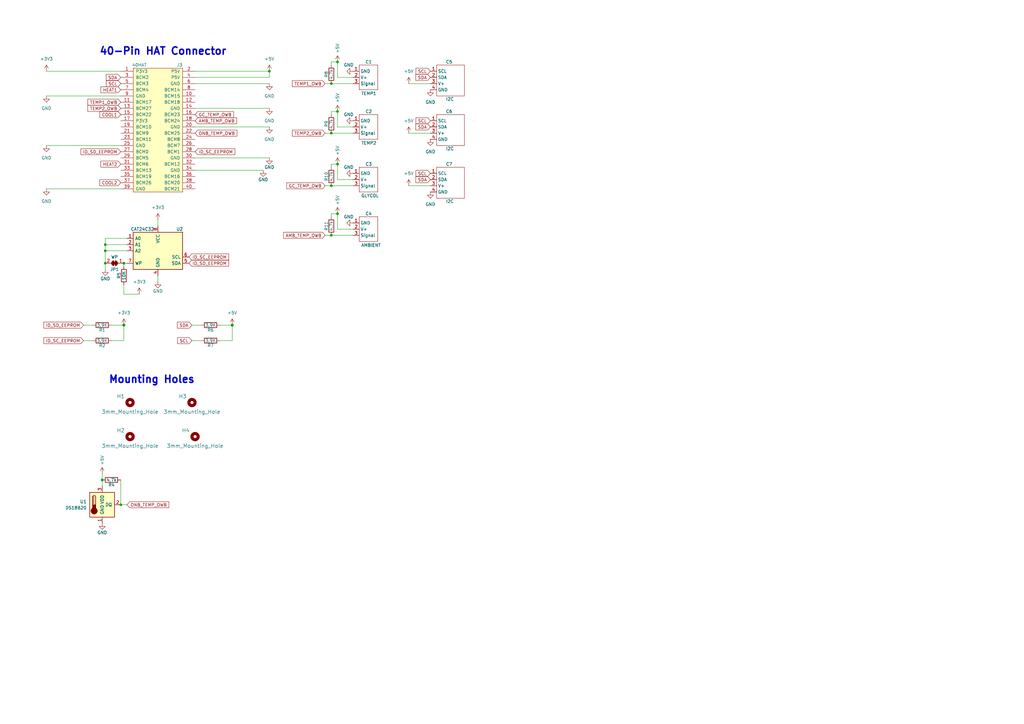
<source format=kicad_sch>
(kicad_sch (version 20211123) (generator eeschema)

  (uuid d90da61b-605b-4935-8b0a-11ccded191a3)

  (paper "A3")

  (title_block
    (title "Raspberry Pi HAT")
    (rev "A")
  )

  (lib_symbols
    (symbol "DZ:JST_PH_3-pin" (in_bom yes) (on_board yes)
      (property "Reference" "C" (id 0) (at 0 6.35 0)
        (effects (font (size 1.27 1.27)))
      )
      (property "Value" "JST_PH_3-pin" (id 1) (at 0 -6.35 0)
        (effects (font (size 1.27 1.27)))
      )
      (property "Footprint" "" (id 2) (at -1.27 0 0)
        (effects (font (size 1.27 1.27)) hide)
      )
      (property "Datasheet" "" (id 3) (at -1.27 0 0)
        (effects (font (size 1.27 1.27)) hide)
      )
      (symbol "JST_PH_3-pin_0_1"
        (rectangle (start -3.81 5.08) (end 3.81 -5.08)
          (stroke (width 0) (type default) (color 0 0 0 0))
          (fill (type none))
        )
      )
      (symbol "JST_PH_3-pin_1_1"
        (pin bidirectional line (at -6.35 2.54 0) (length 2.54)
          (name "GND" (effects (font (size 1.27 1.27))))
          (number "1" (effects (font (size 1.27 1.27))))
        )
        (pin bidirectional line (at -6.35 0 0) (length 2.54)
          (name "V+" (effects (font (size 1.27 1.27))))
          (number "2" (effects (font (size 1.27 1.27))))
        )
        (pin bidirectional line (at -6.35 -2.54 0) (length 2.54)
          (name "Signal" (effects (font (size 1.27 1.27))))
          (number "3" (effects (font (size 1.27 1.27))))
        )
      )
    )
    (symbol "DZ:JST_PH_4-pin" (in_bom yes) (on_board yes)
      (property "Reference" "C" (id 0) (at 0 6.35 0)
        (effects (font (size 1.27 1.27)))
      )
      (property "Value" "JST_PH_4-pin" (id 1) (at -1.27 -8.89 0)
        (effects (font (size 1.27 1.27)))
      )
      (property "Footprint" "" (id 2) (at 0 0 0)
        (effects (font (size 1.27 1.27)) hide)
      )
      (property "Datasheet" "" (id 3) (at 0 0 0)
        (effects (font (size 1.27 1.27)) hide)
      )
      (symbol "JST_PH_4-pin_0_1"
        (rectangle (start 5.08 5.08) (end -6.35 -7.62)
          (stroke (width 0) (type default) (color 0 0 0 0))
          (fill (type none))
        )
        (rectangle (start 8.89 2.54) (end 8.89 2.54)
          (stroke (width 0) (type default) (color 0 0 0 0))
          (fill (type none))
        )
      )
      (symbol "JST_PH_4-pin_1_1"
        (pin bidirectional line (at -8.89 2.54 0) (length 2.54)
          (name "SCL" (effects (font (size 1.27 1.27))))
          (number "1" (effects (font (size 1.27 1.27))))
        )
        (pin bidirectional line (at -8.89 0 0) (length 2.54)
          (name "SDA" (effects (font (size 1.27 1.27))))
          (number "2" (effects (font (size 1.27 1.27))))
        )
        (pin bidirectional line (at -8.89 -2.54 0) (length 2.54)
          (name "V+" (effects (font (size 1.27 1.27))))
          (number "3" (effects (font (size 1.27 1.27))))
        )
        (pin bidirectional line (at -8.89 -5.08 0) (length 2.54)
          (name "GND" (effects (font (size 1.27 1.27))))
          (number "4" (effects (font (size 1.27 1.27))))
        )
      )
    )
    (symbol "Device:R" (pin_numbers hide) (pin_names (offset 0)) (in_bom yes) (on_board yes)
      (property "Reference" "R" (id 0) (at 2.032 0 90)
        (effects (font (size 1.27 1.27)))
      )
      (property "Value" "R" (id 1) (at 0 0 90)
        (effects (font (size 1.27 1.27)))
      )
      (property "Footprint" "" (id 2) (at -1.778 0 90)
        (effects (font (size 1.27 1.27)) hide)
      )
      (property "Datasheet" "~" (id 3) (at 0 0 0)
        (effects (font (size 1.27 1.27)) hide)
      )
      (property "ki_keywords" "R res resistor" (id 4) (at 0 0 0)
        (effects (font (size 1.27 1.27)) hide)
      )
      (property "ki_description" "Resistor" (id 5) (at 0 0 0)
        (effects (font (size 1.27 1.27)) hide)
      )
      (property "ki_fp_filters" "R_*" (id 6) (at 0 0 0)
        (effects (font (size 1.27 1.27)) hide)
      )
      (symbol "R_0_1"
        (rectangle (start -1.016 -2.54) (end 1.016 2.54)
          (stroke (width 0.254) (type default) (color 0 0 0 0))
          (fill (type none))
        )
      )
      (symbol "R_1_1"
        (pin passive line (at 0 3.81 270) (length 1.27)
          (name "~" (effects (font (size 1.27 1.27))))
          (number "1" (effects (font (size 1.27 1.27))))
        )
        (pin passive line (at 0 -3.81 90) (length 1.27)
          (name "~" (effects (font (size 1.27 1.27))))
          (number "2" (effects (font (size 1.27 1.27))))
        )
      )
    )
    (symbol "Jumper:SolderJumper_2_Bridged" (pin_names (offset 0) hide) (in_bom yes) (on_board yes)
      (property "Reference" "JP" (id 0) (at 0 2.032 0)
        (effects (font (size 1.27 1.27)))
      )
      (property "Value" "SolderJumper_2_Bridged" (id 1) (at 0 -2.54 0)
        (effects (font (size 1.27 1.27)))
      )
      (property "Footprint" "" (id 2) (at 0 0 0)
        (effects (font (size 1.27 1.27)) hide)
      )
      (property "Datasheet" "~" (id 3) (at 0 0 0)
        (effects (font (size 1.27 1.27)) hide)
      )
      (property "ki_keywords" "solder jumper SPST" (id 4) (at 0 0 0)
        (effects (font (size 1.27 1.27)) hide)
      )
      (property "ki_description" "Solder Jumper, 2-pole, closed/bridged" (id 5) (at 0 0 0)
        (effects (font (size 1.27 1.27)) hide)
      )
      (property "ki_fp_filters" "SolderJumper*Bridged*" (id 6) (at 0 0 0)
        (effects (font (size 1.27 1.27)) hide)
      )
      (symbol "SolderJumper_2_Bridged_0_1"
        (rectangle (start -0.508 0.508) (end 0.508 -0.508)
          (stroke (width 0) (type default) (color 0 0 0 0))
          (fill (type outline))
        )
        (arc (start -0.254 1.016) (mid -1.27 0) (end -0.254 -1.016)
          (stroke (width 0) (type default) (color 0 0 0 0))
          (fill (type none))
        )
        (arc (start -0.254 1.016) (mid -1.27 0) (end -0.254 -1.016)
          (stroke (width 0) (type default) (color 0 0 0 0))
          (fill (type outline))
        )
        (polyline
          (pts
            (xy -0.254 1.016)
            (xy -0.254 -1.016)
          )
          (stroke (width 0) (type default) (color 0 0 0 0))
          (fill (type none))
        )
        (polyline
          (pts
            (xy 0.254 1.016)
            (xy 0.254 -1.016)
          )
          (stroke (width 0) (type default) (color 0 0 0 0))
          (fill (type none))
        )
        (arc (start 0.254 -1.016) (mid 1.27 0) (end 0.254 1.016)
          (stroke (width 0) (type default) (color 0 0 0 0))
          (fill (type none))
        )
        (arc (start 0.254 -1.016) (mid 1.27 0) (end 0.254 1.016)
          (stroke (width 0) (type default) (color 0 0 0 0))
          (fill (type outline))
        )
      )
      (symbol "SolderJumper_2_Bridged_1_1"
        (pin passive line (at -3.81 0 0) (length 2.54)
          (name "A" (effects (font (size 1.27 1.27))))
          (number "1" (effects (font (size 1.27 1.27))))
        )
        (pin passive line (at 3.81 0 180) (length 2.54)
          (name "B" (effects (font (size 1.27 1.27))))
          (number "2" (effects (font (size 1.27 1.27))))
        )
      )
    )
    (symbol "Mechanical:MountingHole" (pin_names (offset 1.016)) (in_bom yes) (on_board yes)
      (property "Reference" "H" (id 0) (at 0 5.08 0)
        (effects (font (size 1.27 1.27)))
      )
      (property "Value" "MountingHole" (id 1) (at 0 3.175 0)
        (effects (font (size 1.27 1.27)))
      )
      (property "Footprint" "" (id 2) (at 0 0 0)
        (effects (font (size 1.27 1.27)) hide)
      )
      (property "Datasheet" "~" (id 3) (at 0 0 0)
        (effects (font (size 1.27 1.27)) hide)
      )
      (property "ki_keywords" "mounting hole" (id 4) (at 0 0 0)
        (effects (font (size 1.27 1.27)) hide)
      )
      (property "ki_description" "Mounting Hole without connection" (id 5) (at 0 0 0)
        (effects (font (size 1.27 1.27)) hide)
      )
      (property "ki_fp_filters" "MountingHole*" (id 6) (at 0 0 0)
        (effects (font (size 1.27 1.27)) hide)
      )
      (symbol "MountingHole_0_1"
        (circle (center 0 0) (radius 1.27)
          (stroke (width 1.27) (type default) (color 0 0 0 0))
          (fill (type none))
        )
      )
    )
    (symbol "Sensor_Temperature:DS18B20" (pin_names (offset 1.016)) (in_bom yes) (on_board yes)
      (property "Reference" "U" (id 0) (at -3.81 6.35 0)
        (effects (font (size 1.27 1.27)))
      )
      (property "Value" "DS18B20" (id 1) (at 6.35 6.35 0)
        (effects (font (size 1.27 1.27)))
      )
      (property "Footprint" "Package_TO_SOT_THT:TO-92_Inline" (id 2) (at -25.4 -6.35 0)
        (effects (font (size 1.27 1.27)) hide)
      )
      (property "Datasheet" "http://datasheets.maximintegrated.com/en/ds/DS18B20.pdf" (id 3) (at -3.81 6.35 0)
        (effects (font (size 1.27 1.27)) hide)
      )
      (property "ki_keywords" "OneWire 1Wire Dallas Maxim" (id 4) (at 0 0 0)
        (effects (font (size 1.27 1.27)) hide)
      )
      (property "ki_description" "Programmable Resolution 1-Wire Digital Thermometer TO-92" (id 5) (at 0 0 0)
        (effects (font (size 1.27 1.27)) hide)
      )
      (property "ki_fp_filters" "TO*92*" (id 6) (at 0 0 0)
        (effects (font (size 1.27 1.27)) hide)
      )
      (symbol "DS18B20_0_1"
        (rectangle (start -5.08 5.08) (end 5.08 -5.08)
          (stroke (width 0.254) (type default) (color 0 0 0 0))
          (fill (type background))
        )
        (circle (center -3.302 -2.54) (radius 1.27)
          (stroke (width 0.254) (type default) (color 0 0 0 0))
          (fill (type outline))
        )
        (rectangle (start -2.667 -1.905) (end -3.937 0)
          (stroke (width 0.254) (type default) (color 0 0 0 0))
          (fill (type outline))
        )
        (arc (start -2.667 3.175) (mid -3.302 3.81) (end -3.937 3.175)
          (stroke (width 0.254) (type default) (color 0 0 0 0))
          (fill (type none))
        )
        (polyline
          (pts
            (xy -3.937 0.635)
            (xy -3.302 0.635)
          )
          (stroke (width 0.254) (type default) (color 0 0 0 0))
          (fill (type none))
        )
        (polyline
          (pts
            (xy -3.937 1.27)
            (xy -3.302 1.27)
          )
          (stroke (width 0.254) (type default) (color 0 0 0 0))
          (fill (type none))
        )
        (polyline
          (pts
            (xy -3.937 1.905)
            (xy -3.302 1.905)
          )
          (stroke (width 0.254) (type default) (color 0 0 0 0))
          (fill (type none))
        )
        (polyline
          (pts
            (xy -3.937 2.54)
            (xy -3.302 2.54)
          )
          (stroke (width 0.254) (type default) (color 0 0 0 0))
          (fill (type none))
        )
        (polyline
          (pts
            (xy -3.937 3.175)
            (xy -3.937 0)
          )
          (stroke (width 0.254) (type default) (color 0 0 0 0))
          (fill (type none))
        )
        (polyline
          (pts
            (xy -3.937 3.175)
            (xy -3.302 3.175)
          )
          (stroke (width 0.254) (type default) (color 0 0 0 0))
          (fill (type none))
        )
        (polyline
          (pts
            (xy -2.667 3.175)
            (xy -2.667 0)
          )
          (stroke (width 0.254) (type default) (color 0 0 0 0))
          (fill (type none))
        )
      )
      (symbol "DS18B20_1_1"
        (pin power_in line (at 0 -7.62 90) (length 2.54)
          (name "GND" (effects (font (size 1.27 1.27))))
          (number "1" (effects (font (size 1.27 1.27))))
        )
        (pin bidirectional line (at 7.62 0 180) (length 2.54)
          (name "DQ" (effects (font (size 1.27 1.27))))
          (number "2" (effects (font (size 1.27 1.27))))
        )
        (pin power_in line (at 0 7.62 270) (length 2.54)
          (name "VDD" (effects (font (size 1.27 1.27))))
          (number "3" (effects (font (size 1.27 1.27))))
        )
      )
    )
    (symbol "power:+3V3" (power) (pin_names (offset 0)) (in_bom yes) (on_board yes)
      (property "Reference" "#PWR" (id 0) (at 0 -3.81 0)
        (effects (font (size 1.27 1.27)) hide)
      )
      (property "Value" "+3V3" (id 1) (at 0 3.556 0)
        (effects (font (size 1.27 1.27)))
      )
      (property "Footprint" "" (id 2) (at 0 0 0)
        (effects (font (size 1.27 1.27)) hide)
      )
      (property "Datasheet" "" (id 3) (at 0 0 0)
        (effects (font (size 1.27 1.27)) hide)
      )
      (property "ki_keywords" "power-flag" (id 4) (at 0 0 0)
        (effects (font (size 1.27 1.27)) hide)
      )
      (property "ki_description" "Power symbol creates a global label with name \"+3V3\"" (id 5) (at 0 0 0)
        (effects (font (size 1.27 1.27)) hide)
      )
      (symbol "+3V3_0_1"
        (polyline
          (pts
            (xy -0.762 1.27)
            (xy 0 2.54)
          )
          (stroke (width 0) (type default) (color 0 0 0 0))
          (fill (type none))
        )
        (polyline
          (pts
            (xy 0 0)
            (xy 0 2.54)
          )
          (stroke (width 0) (type default) (color 0 0 0 0))
          (fill (type none))
        )
        (polyline
          (pts
            (xy 0 2.54)
            (xy 0.762 1.27)
          )
          (stroke (width 0) (type default) (color 0 0 0 0))
          (fill (type none))
        )
      )
      (symbol "+3V3_1_1"
        (pin power_in line (at 0 0 90) (length 0) hide
          (name "+3V3" (effects (font (size 1.27 1.27))))
          (number "1" (effects (font (size 1.27 1.27))))
        )
      )
    )
    (symbol "power:+5V" (power) (pin_names (offset 0)) (in_bom yes) (on_board yes)
      (property "Reference" "#PWR" (id 0) (at 0 -3.81 0)
        (effects (font (size 1.27 1.27)) hide)
      )
      (property "Value" "+5V" (id 1) (at 0 3.556 0)
        (effects (font (size 1.27 1.27)))
      )
      (property "Footprint" "" (id 2) (at 0 0 0)
        (effects (font (size 1.27 1.27)) hide)
      )
      (property "Datasheet" "" (id 3) (at 0 0 0)
        (effects (font (size 1.27 1.27)) hide)
      )
      (property "ki_keywords" "power-flag" (id 4) (at 0 0 0)
        (effects (font (size 1.27 1.27)) hide)
      )
      (property "ki_description" "Power symbol creates a global label with name \"+5V\"" (id 5) (at 0 0 0)
        (effects (font (size 1.27 1.27)) hide)
      )
      (symbol "+5V_0_1"
        (polyline
          (pts
            (xy -0.762 1.27)
            (xy 0 2.54)
          )
          (stroke (width 0) (type default) (color 0 0 0 0))
          (fill (type none))
        )
        (polyline
          (pts
            (xy 0 0)
            (xy 0 2.54)
          )
          (stroke (width 0) (type default) (color 0 0 0 0))
          (fill (type none))
        )
        (polyline
          (pts
            (xy 0 2.54)
            (xy 0.762 1.27)
          )
          (stroke (width 0) (type default) (color 0 0 0 0))
          (fill (type none))
        )
      )
      (symbol "+5V_1_1"
        (pin power_in line (at 0 0 90) (length 0) hide
          (name "+5V" (effects (font (size 1.27 1.27))))
          (number "1" (effects (font (size 1.27 1.27))))
        )
      )
    )
    (symbol "power:GND" (power) (pin_names (offset 0)) (in_bom yes) (on_board yes)
      (property "Reference" "#PWR" (id 0) (at 0 -6.35 0)
        (effects (font (size 1.27 1.27)) hide)
      )
      (property "Value" "GND" (id 1) (at 0 -3.81 0)
        (effects (font (size 1.27 1.27)))
      )
      (property "Footprint" "" (id 2) (at 0 0 0)
        (effects (font (size 1.27 1.27)) hide)
      )
      (property "Datasheet" "" (id 3) (at 0 0 0)
        (effects (font (size 1.27 1.27)) hide)
      )
      (property "ki_keywords" "power-flag" (id 4) (at 0 0 0)
        (effects (font (size 1.27 1.27)) hide)
      )
      (property "ki_description" "Power symbol creates a global label with name \"GND\" , ground" (id 5) (at 0 0 0)
        (effects (font (size 1.27 1.27)) hide)
      )
      (symbol "GND_0_1"
        (polyline
          (pts
            (xy 0 0)
            (xy 0 -1.27)
            (xy 1.27 -1.27)
            (xy 0 -2.54)
            (xy -1.27 -1.27)
            (xy 0 -1.27)
          )
          (stroke (width 0) (type default) (color 0 0 0 0))
          (fill (type none))
        )
      )
      (symbol "GND_1_1"
        (pin power_in line (at 0 0 270) (length 0) hide
          (name "GND" (effects (font (size 1.27 1.27))))
          (number "1" (effects (font (size 1.27 1.27))))
        )
      )
    )
    (symbol "raspberrypi_hat:CAT24C32" (pin_names (offset 0.762)) (in_bom yes) (on_board yes)
      (property "Reference" "U" (id 0) (at -8.89 8.89 0)
        (effects (font (size 1.27 1.27)))
      )
      (property "Value" "CAT24C32" (id 1) (at 6.35 8.89 0)
        (effects (font (size 1.27 1.27)))
      )
      (property "Footprint" "" (id 2) (at 0 0 0)
        (effects (font (size 1.27 1.27)))
      )
      (property "Datasheet" "" (id 3) (at 0 0 0)
        (effects (font (size 1.27 1.27)))
      )
      (property "ki_keywords" "EEPROM Serial" (id 4) (at 0 0 0)
        (effects (font (size 1.27 1.27)) hide)
      )
      (property "ki_description" "I2C Serial EEPROM 32Kb" (id 5) (at 0 0 0)
        (effects (font (size 1.27 1.27)) hide)
      )
      (property "ki_fp_filters" "SOIC-8" (id 6) (at 0 0 0)
        (effects (font (size 1.27 1.27)) hide)
      )
      (symbol "CAT24C32_0_0"
        (pin power_in line (at 0 -10.16 90) (length 2.54)
          (name "GND" (effects (font (size 1.27 1.27))))
          (number "4" (effects (font (size 1.27 1.27))))
        )
        (pin power_in line (at 0 10.16 270) (length 2.54)
          (name "VCC" (effects (font (size 1.27 1.27))))
          (number "8" (effects (font (size 1.27 1.27))))
        )
      )
      (symbol "CAT24C32_1_1"
        (rectangle (start -10.16 -7.62) (end 10.16 7.62)
          (stroke (width 0.254) (type default) (color 0 0 0 0))
          (fill (type background))
        )
        (pin input line (at -12.7 5.08 0) (length 2.54)
          (name "A0" (effects (font (size 1.27 1.27))))
          (number "1" (effects (font (size 1.27 1.27))))
        )
        (pin input line (at -12.7 2.54 0) (length 2.54)
          (name "A1" (effects (font (size 1.27 1.27))))
          (number "2" (effects (font (size 1.27 1.27))))
        )
        (pin input line (at -12.7 0 0) (length 2.54)
          (name "A2" (effects (font (size 1.27 1.27))))
          (number "3" (effects (font (size 1.27 1.27))))
        )
        (pin bidirectional line (at 12.7 -5.08 180) (length 2.54)
          (name "SDA" (effects (font (size 1.27 1.27))))
          (number "5" (effects (font (size 1.27 1.27))))
        )
        (pin input line (at 12.7 -2.54 180) (length 2.54)
          (name "SCL" (effects (font (size 1.27 1.27))))
          (number "6" (effects (font (size 1.27 1.27))))
        )
        (pin input line (at -12.7 -5.08 0) (length 2.54)
          (name "WP" (effects (font (size 1.27 1.27))))
          (number "7" (effects (font (size 1.27 1.27))))
        )
      )
    )
    (symbol "raspberrypi_hat:OX40HAT" (pin_names (offset 1.016)) (in_bom yes) (on_board yes)
      (property "Reference" "J" (id 0) (at 8.89 2.54 0)
        (effects (font (size 1.27 1.27)))
      )
      (property "Value" "OX40HAT" (id 1) (at -7.62 2.54 0)
        (effects (font (size 1.27 1.27)))
      )
      (property "Footprint" "Connector_PinSocket_2.54mm:PinSocket_2x20_P2.54mm_Vertical" (id 2) (at 0 5.08 0)
        (effects (font (size 1.27 1.27)) hide)
      )
      (property "Datasheet" "" (id 3) (at -17.78 0 0)
        (effects (font (size 1.27 1.27)))
      )
      (symbol "OX40HAT_0_1"
        (rectangle (start -10.16 1.27) (end 10.16 -49.53)
          (stroke (width 0) (type default) (color 0 0 0 0))
          (fill (type background))
        )
      )
      (symbol "OX40HAT_1_1"
        (pin bidirectional line (at -15.24 0 0) (length 5.08)
          (name "P3V3" (effects (font (size 1.27 1.27))))
          (number "1" (effects (font (size 1.27 1.27))))
        )
        (pin bidirectional line (at 15.24 -10.16 180) (length 5.08)
          (name "BCM15" (effects (font (size 1.27 1.27))))
          (number "10" (effects (font (size 1.27 1.27))))
        )
        (pin bidirectional line (at -15.24 -12.7 0) (length 5.08)
          (name "BCM17" (effects (font (size 1.27 1.27))))
          (number "11" (effects (font (size 1.27 1.27))))
        )
        (pin bidirectional line (at 15.24 -12.7 180) (length 5.08)
          (name "BCM18" (effects (font (size 1.27 1.27))))
          (number "12" (effects (font (size 1.27 1.27))))
        )
        (pin bidirectional line (at -15.24 -15.24 0) (length 5.08)
          (name "BCM27" (effects (font (size 1.27 1.27))))
          (number "13" (effects (font (size 1.27 1.27))))
        )
        (pin bidirectional line (at 15.24 -15.24 180) (length 5.08)
          (name "GND" (effects (font (size 1.27 1.27))))
          (number "14" (effects (font (size 1.27 1.27))))
        )
        (pin bidirectional line (at -15.24 -17.78 0) (length 5.08)
          (name "BCM22" (effects (font (size 1.27 1.27))))
          (number "15" (effects (font (size 1.27 1.27))))
        )
        (pin bidirectional line (at 15.24 -17.78 180) (length 5.08)
          (name "BCM23" (effects (font (size 1.27 1.27))))
          (number "16" (effects (font (size 1.27 1.27))))
        )
        (pin bidirectional line (at -15.24 -20.32 0) (length 5.08)
          (name "P3V3" (effects (font (size 1.27 1.27))))
          (number "17" (effects (font (size 1.27 1.27))))
        )
        (pin bidirectional line (at 15.24 -20.32 180) (length 5.08)
          (name "BCM24" (effects (font (size 1.27 1.27))))
          (number "18" (effects (font (size 1.27 1.27))))
        )
        (pin bidirectional line (at -15.24 -22.86 0) (length 5.08)
          (name "BCM10" (effects (font (size 1.27 1.27))))
          (number "19" (effects (font (size 1.27 1.27))))
        )
        (pin bidirectional line (at 15.24 0 180) (length 5.08)
          (name "P5V" (effects (font (size 1.27 1.27))))
          (number "2" (effects (font (size 1.27 1.27))))
        )
        (pin bidirectional line (at 15.24 -22.86 180) (length 5.08)
          (name "GND" (effects (font (size 1.27 1.27))))
          (number "20" (effects (font (size 1.27 1.27))))
        )
        (pin bidirectional line (at -15.24 -25.4 0) (length 5.08)
          (name "BCM9" (effects (font (size 1.27 1.27))))
          (number "21" (effects (font (size 1.27 1.27))))
        )
        (pin bidirectional line (at 15.24 -25.4 180) (length 5.08)
          (name "BCM25" (effects (font (size 1.27 1.27))))
          (number "22" (effects (font (size 1.27 1.27))))
        )
        (pin bidirectional line (at -15.24 -27.94 0) (length 5.08)
          (name "BCM11" (effects (font (size 1.27 1.27))))
          (number "23" (effects (font (size 1.27 1.27))))
        )
        (pin bidirectional line (at 15.24 -27.94 180) (length 5.08)
          (name "BCM8" (effects (font (size 1.27 1.27))))
          (number "24" (effects (font (size 1.27 1.27))))
        )
        (pin bidirectional line (at -15.24 -30.48 0) (length 5.08)
          (name "GND" (effects (font (size 1.27 1.27))))
          (number "25" (effects (font (size 1.27 1.27))))
        )
        (pin bidirectional line (at 15.24 -30.48 180) (length 5.08)
          (name "BCM7" (effects (font (size 1.27 1.27))))
          (number "26" (effects (font (size 1.27 1.27))))
        )
        (pin bidirectional line (at -15.24 -33.02 0) (length 5.08)
          (name "BCM0" (effects (font (size 1.27 1.27))))
          (number "27" (effects (font (size 1.27 1.27))))
        )
        (pin bidirectional line (at 15.24 -33.02 180) (length 5.08)
          (name "BCM1" (effects (font (size 1.27 1.27))))
          (number "28" (effects (font (size 1.27 1.27))))
        )
        (pin bidirectional line (at -15.24 -35.56 0) (length 5.08)
          (name "BCM5" (effects (font (size 1.27 1.27))))
          (number "29" (effects (font (size 1.27 1.27))))
        )
        (pin bidirectional line (at -15.24 -2.54 0) (length 5.08)
          (name "BCM2" (effects (font (size 1.27 1.27))))
          (number "3" (effects (font (size 1.27 1.27))))
        )
        (pin bidirectional line (at 15.24 -35.56 180) (length 5.08)
          (name "GND" (effects (font (size 1.27 1.27))))
          (number "30" (effects (font (size 1.27 1.27))))
        )
        (pin bidirectional line (at -15.24 -38.1 0) (length 5.08)
          (name "BCM6" (effects (font (size 1.27 1.27))))
          (number "31" (effects (font (size 1.27 1.27))))
        )
        (pin bidirectional line (at 15.24 -38.1 180) (length 5.08)
          (name "BCM12" (effects (font (size 1.27 1.27))))
          (number "32" (effects (font (size 1.27 1.27))))
        )
        (pin bidirectional line (at -15.24 -40.64 0) (length 5.08)
          (name "BCM13" (effects (font (size 1.27 1.27))))
          (number "33" (effects (font (size 1.27 1.27))))
        )
        (pin bidirectional line (at 15.24 -40.64 180) (length 5.08)
          (name "GND" (effects (font (size 1.27 1.27))))
          (number "34" (effects (font (size 1.27 1.27))))
        )
        (pin bidirectional line (at -15.24 -43.18 0) (length 5.08)
          (name "BCM19" (effects (font (size 1.27 1.27))))
          (number "35" (effects (font (size 1.27 1.27))))
        )
        (pin bidirectional line (at 15.24 -43.18 180) (length 5.08)
          (name "BCM16" (effects (font (size 1.27 1.27))))
          (number "36" (effects (font (size 1.27 1.27))))
        )
        (pin bidirectional line (at -15.24 -45.72 0) (length 5.08)
          (name "BCM26" (effects (font (size 1.27 1.27))))
          (number "37" (effects (font (size 1.27 1.27))))
        )
        (pin bidirectional line (at 15.24 -45.72 180) (length 5.08)
          (name "BCM20" (effects (font (size 1.27 1.27))))
          (number "38" (effects (font (size 1.27 1.27))))
        )
        (pin bidirectional line (at -15.24 -48.26 0) (length 5.08)
          (name "GND" (effects (font (size 1.27 1.27))))
          (number "39" (effects (font (size 1.27 1.27))))
        )
        (pin bidirectional line (at 15.24 -2.54 180) (length 5.08)
          (name "P5V" (effects (font (size 1.27 1.27))))
          (number "4" (effects (font (size 1.27 1.27))))
        )
        (pin bidirectional line (at 15.24 -48.26 180) (length 5.08)
          (name "BCM21" (effects (font (size 1.27 1.27))))
          (number "40" (effects (font (size 1.27 1.27))))
        )
        (pin bidirectional line (at -15.24 -5.08 0) (length 5.08)
          (name "BCM3" (effects (font (size 1.27 1.27))))
          (number "5" (effects (font (size 1.27 1.27))))
        )
        (pin bidirectional line (at 15.24 -5.08 180) (length 5.08)
          (name "GND" (effects (font (size 1.27 1.27))))
          (number "6" (effects (font (size 1.27 1.27))))
        )
        (pin bidirectional line (at -15.24 -7.62 0) (length 5.08)
          (name "BCM4" (effects (font (size 1.27 1.27))))
          (number "7" (effects (font (size 1.27 1.27))))
        )
        (pin bidirectional line (at 15.24 -7.62 180) (length 5.08)
          (name "BCM14" (effects (font (size 1.27 1.27))))
          (number "8" (effects (font (size 1.27 1.27))))
        )
        (pin bidirectional line (at -15.24 -10.16 0) (length 5.08)
          (name "GND" (effects (font (size 1.27 1.27))))
          (number "9" (effects (font (size 1.27 1.27))))
        )
      )
    )
  )

  (junction (at 135.89 76.2) (diameter 0) (color 0 0 0 0)
    (uuid 05b251aa-757e-4b38-be89-5838ac9463b8)
  )
  (junction (at 43.18 100.33) (diameter 0) (color 0 0 0 0)
    (uuid 05bad93c-a4c6-4aea-ab6d-3dc93819cfca)
  )
  (junction (at 138.43 25.4) (diameter 0) (color 0 0 0 0)
    (uuid 066d99b0-dd80-45c0-b9be-1aa12dcbd61b)
  )
  (junction (at 43.18 102.87) (diameter 0) (color 0 0 0 0)
    (uuid 0d05771c-1c4e-4bfa-b013-6175c48b0573)
  )
  (junction (at 49.53 207.01) (diameter 0) (color 0 0 0 0)
    (uuid 0e003152-d1e3-4f6d-8b56-b45483c643e0)
  )
  (junction (at 138.43 67.31) (diameter 0) (color 0 0 0 0)
    (uuid 18465cf9-8a33-4552-8544-87c7fcad40a4)
  )
  (junction (at 95.25 133.35) (diameter 1.016) (color 0 0 0 0)
    (uuid 28da222b-ed9b-40c1-9797-d8c185496a39)
  )
  (junction (at 110.49 29.21) (diameter 0) (color 0 0 0 0)
    (uuid 39456193-67ab-4dcf-9a1b-2c178d36a71f)
  )
  (junction (at 138.43 87.63) (diameter 0) (color 0 0 0 0)
    (uuid 4027c4a9-5453-4251-8275-c7461e84b909)
  )
  (junction (at 135.89 34.29) (diameter 0) (color 0 0 0 0)
    (uuid 433c9419-a1d0-4d90-9fe9-e6a8a7444e60)
  )
  (junction (at 50.8 107.95) (diameter 0) (color 0 0 0 0)
    (uuid 47e80c4e-c13e-4143-a6de-eb9ab8b3b46b)
  )
  (junction (at 138.43 45.72) (diameter 0) (color 0 0 0 0)
    (uuid 551bf7e8-a4f9-4ef7-8a09-74ae8270b8f8)
  )
  (junction (at 135.89 96.52) (diameter 0) (color 0 0 0 0)
    (uuid 61e622d3-3ba8-4c11-ba84-2d0491859cd0)
  )
  (junction (at 135.89 54.61) (diameter 0) (color 0 0 0 0)
    (uuid a8c7a5c2-127d-441f-a89c-542719cce6d6)
  )
  (junction (at 41.91 196.85) (diameter 0) (color 0 0 0 0)
    (uuid b72e458a-eb23-4279-9222-eb546a87c3ca)
  )
  (junction (at 50.8 133.35) (diameter 1.016) (color 0 0 0 0)
    (uuid d0a9cc4d-e796-453d-ac66-96ae573fff10)
  )
  (junction (at 43.18 107.95) (diameter 0) (color 0 0 0 0)
    (uuid f98e3333-6376-41c2-bdca-04ad7193fcc9)
  )

  (wire (pts (xy 80.01 52.07) (xy 110.49 52.07))
    (stroke (width 0) (type solid) (color 0 0 0 0))
    (uuid 01d7a2b5-c737-4949-bc9a-5f277d5220fb)
  )
  (wire (pts (xy 57.15 120.65) (xy 50.8 120.65))
    (stroke (width 0) (type solid) (color 0 0 0 0))
    (uuid 03602103-741b-4cf8-a49f-449a14d10335)
  )
  (wire (pts (xy 41.91 194.31) (xy 41.91 196.85))
    (stroke (width 0) (type default) (color 0 0 0 0))
    (uuid 04843a53-65ff-4eec-9c8c-7ab9e04fcab1)
  )
  (wire (pts (xy 133.35 34.29) (xy 135.89 34.29))
    (stroke (width 0) (type default) (color 0 0 0 0))
    (uuid 0827ac99-681f-4b73-9dc0-88d6a3758f51)
  )
  (wire (pts (xy 110.49 29.21) (xy 110.49 31.75))
    (stroke (width 0) (type default) (color 0 0 0 0))
    (uuid 09eab462-a0d6-4eb6-9a7b-5e1ffa87862b)
  )
  (wire (pts (xy 135.89 87.63) (xy 138.43 87.63))
    (stroke (width 0) (type default) (color 0 0 0 0))
    (uuid 0d228b14-8aef-448d-92b0-917c81409849)
  )
  (wire (pts (xy 135.89 87.63) (xy 135.89 88.9))
    (stroke (width 0) (type default) (color 0 0 0 0))
    (uuid 0ed8c62f-3625-4163-895b-875ba424c837)
  )
  (wire (pts (xy 49.53 59.69) (xy 19.05 59.69))
    (stroke (width 0) (type solid) (color 0 0 0 0))
    (uuid 0fa9f02e-24f0-4b35-a1f7-10e51b98e918)
  )
  (wire (pts (xy 49.53 77.47) (xy 19.05 77.47))
    (stroke (width 0) (type solid) (color 0 0 0 0))
    (uuid 17d75d43-06ae-4a42-8a57-345b8ae1a945)
  )
  (wire (pts (xy 80.01 64.77) (xy 110.49 64.77))
    (stroke (width 0) (type solid) (color 0 0 0 0))
    (uuid 190c1ae1-18f6-4467-8af5-7b8974768b2f)
  )
  (wire (pts (xy 43.18 102.87) (xy 52.07 102.87))
    (stroke (width 0) (type solid) (color 0 0 0 0))
    (uuid 1f826d0e-59d4-4484-9a9e-d57c699e44c3)
  )
  (wire (pts (xy 135.89 25.4) (xy 138.43 25.4))
    (stroke (width 0) (type default) (color 0 0 0 0))
    (uuid 278e21e9-d51d-49df-81e9-b6e16d02eb1e)
  )
  (wire (pts (xy 135.89 34.29) (xy 144.78 34.29))
    (stroke (width 0) (type default) (color 0 0 0 0))
    (uuid 286470fd-53b3-4618-95ad-8a68490cf379)
  )
  (wire (pts (xy 90.17 133.35) (xy 95.25 133.35))
    (stroke (width 0) (type solid) (color 0 0 0 0))
    (uuid 3848dc1d-b5a9-41dd-bf56-0b2c87c3b7d9)
  )
  (wire (pts (xy 80.01 34.29) (xy 110.49 34.29))
    (stroke (width 0) (type solid) (color 0 0 0 0))
    (uuid 390a2a0a-e233-4365-96ec-469e00edc82e)
  )
  (wire (pts (xy 78.74 139.7) (xy 82.55 139.7))
    (stroke (width 0) (type default) (color 0 0 0 0))
    (uuid 3dbcdcfc-6f36-4c16-ba54-5c26a4e7a46d)
  )
  (wire (pts (xy 135.89 76.2) (xy 144.78 76.2))
    (stroke (width 0) (type default) (color 0 0 0 0))
    (uuid 41a3ca31-4bf8-41f5-ba16-89a3d333da53)
  )
  (wire (pts (xy 95.25 139.7) (xy 90.17 139.7))
    (stroke (width 0) (type solid) (color 0 0 0 0))
    (uuid 42ab21c0-f20b-4467-9c5b-4f4c53e5aa70)
  )
  (wire (pts (xy 167.64 34.29) (xy 176.53 34.29))
    (stroke (width 0) (type default) (color 0 0 0 0))
    (uuid 4cb401df-bc42-48e9-850a-9f503b90e136)
  )
  (wire (pts (xy 133.35 96.52) (xy 135.89 96.52))
    (stroke (width 0) (type default) (color 0 0 0 0))
    (uuid 4d8e960c-1c42-4525-b0af-ec3012230ff2)
  )
  (wire (pts (xy 64.77 113.03) (xy 64.77 115.57))
    (stroke (width 0) (type solid) (color 0 0 0 0))
    (uuid 50062bd4-60eb-40ce-a304-4f95c13b272c)
  )
  (wire (pts (xy 49.53 39.37) (xy 19.05 39.37))
    (stroke (width 0) (type solid) (color 0 0 0 0))
    (uuid 50d7e310-d088-4e29-84c0-5679b98a0a04)
  )
  (wire (pts (xy 135.89 45.72) (xy 135.89 46.99))
    (stroke (width 0) (type default) (color 0 0 0 0))
    (uuid 524ea694-7b64-4585-ae13-ffb6402220ba)
  )
  (wire (pts (xy 135.89 67.31) (xy 138.43 67.31))
    (stroke (width 0) (type default) (color 0 0 0 0))
    (uuid 542f1007-0f35-44dc-a004-55e4c5f2a706)
  )
  (wire (pts (xy 138.43 45.72) (xy 138.43 52.07))
    (stroke (width 0) (type default) (color 0 0 0 0))
    (uuid 561744e3-4d12-49a4-9369-2427f5cb2a12)
  )
  (wire (pts (xy 43.18 107.95) (xy 43.18 102.87))
    (stroke (width 0) (type default) (color 0 0 0 0))
    (uuid 591c7a48-6647-47f5-be47-c2508213f188)
  )
  (wire (pts (xy 135.89 45.72) (xy 138.43 45.72))
    (stroke (width 0) (type default) (color 0 0 0 0))
    (uuid 5f846e72-d587-4d71-b476-c36d61489d2d)
  )
  (wire (pts (xy 144.78 73.66) (xy 138.43 73.66))
    (stroke (width 0) (type default) (color 0 0 0 0))
    (uuid 620e6d0a-7698-4028-938f-4d4ea8836f98)
  )
  (wire (pts (xy 80.01 29.21) (xy 110.49 29.21))
    (stroke (width 0) (type solid) (color 0 0 0 0))
    (uuid 6642b54d-6998-4493-9312-2d06a489f0d9)
  )
  (wire (pts (xy 133.35 76.2) (xy 135.89 76.2))
    (stroke (width 0) (type default) (color 0 0 0 0))
    (uuid 693a2e87-c164-4fd7-8db9-963d836d4a5b)
  )
  (wire (pts (xy 43.18 107.95) (xy 43.18 110.49))
    (stroke (width 0) (type default) (color 0 0 0 0))
    (uuid 6b554fef-a37f-4d6c-bc81-161e3724eec9)
  )
  (wire (pts (xy 138.43 67.31) (xy 138.43 73.66))
    (stroke (width 0) (type default) (color 0 0 0 0))
    (uuid 702d654d-e8b9-4808-9bdd-b7382d929d10)
  )
  (wire (pts (xy 144.78 31.75) (xy 138.43 31.75))
    (stroke (width 0) (type default) (color 0 0 0 0))
    (uuid 7435db03-b96f-4206-8de4-d6d630ddb63f)
  )
  (wire (pts (xy 167.64 54.61) (xy 176.53 54.61))
    (stroke (width 0) (type default) (color 0 0 0 0))
    (uuid 823ff3d3-2bdd-41b0-9590-580bc00e2c79)
  )
  (wire (pts (xy 135.89 67.31) (xy 135.89 68.58))
    (stroke (width 0) (type default) (color 0 0 0 0))
    (uuid 88c25bb7-58f2-4783-8ab2-7243e41fa7e5)
  )
  (wire (pts (xy 19.05 29.21) (xy 49.53 29.21))
    (stroke (width 0) (type default) (color 0 0 0 0))
    (uuid 8b653f5d-8908-4936-aa68-fb520c0e01ba)
  )
  (wire (pts (xy 50.8 139.7) (xy 50.8 133.35))
    (stroke (width 0) (type solid) (color 0 0 0 0))
    (uuid 8eb84151-e522-46ad-9312-da694cdd7777)
  )
  (wire (pts (xy 144.78 93.98) (xy 138.43 93.98))
    (stroke (width 0) (type default) (color 0 0 0 0))
    (uuid 902c71ae-dd68-4c11-838f-60a3ae075823)
  )
  (wire (pts (xy 144.78 52.07) (xy 138.43 52.07))
    (stroke (width 0) (type default) (color 0 0 0 0))
    (uuid 91fcc49c-0376-49ce-9a08-219b5f0abdae)
  )
  (wire (pts (xy 34.29 133.35) (xy 38.1 133.35))
    (stroke (width 0) (type default) (color 0 0 0 0))
    (uuid 97991727-d8d7-46f9-823c-7602267ef8d5)
  )
  (wire (pts (xy 64.77 90.17) (xy 64.77 92.71))
    (stroke (width 0) (type solid) (color 0 0 0 0))
    (uuid 9a196a4b-8e33-4136-bf8e-c8af4ca08a4b)
  )
  (wire (pts (xy 80.01 44.45) (xy 110.49 44.45))
    (stroke (width 0) (type solid) (color 0 0 0 0))
    (uuid 9a3ab8c4-f60f-4151-8e79-b16e77502081)
  )
  (wire (pts (xy 133.35 54.61) (xy 135.89 54.61))
    (stroke (width 0) (type default) (color 0 0 0 0))
    (uuid 9a7c6fec-806d-4ff6-ab1e-46ce5da27683)
  )
  (wire (pts (xy 78.74 133.35) (xy 82.55 133.35))
    (stroke (width 0) (type default) (color 0 0 0 0))
    (uuid 9b7e5404-41c8-4d84-811b-7c9a2e5b09d3)
  )
  (wire (pts (xy 43.18 97.79) (xy 52.07 97.79))
    (stroke (width 0) (type solid) (color 0 0 0 0))
    (uuid a286332c-f948-408e-80d1-dbb760d5a938)
  )
  (wire (pts (xy 138.43 87.63) (xy 138.43 93.98))
    (stroke (width 0) (type default) (color 0 0 0 0))
    (uuid a6b11017-6a23-4d03-90f1-8853b3262f0d)
  )
  (wire (pts (xy 138.43 25.4) (xy 138.43 31.75))
    (stroke (width 0) (type default) (color 0 0 0 0))
    (uuid a88dcfe5-0563-47a3-b4b6-969c93c3dc0a)
  )
  (wire (pts (xy 50.8 107.95) (xy 50.8 109.22))
    (stroke (width 0) (type solid) (color 0 0 0 0))
    (uuid aa63d68b-2243-4973-83f2-42f45389275b)
  )
  (wire (pts (xy 50.8 107.95) (xy 52.07 107.95))
    (stroke (width 0) (type solid) (color 0 0 0 0))
    (uuid ac7be171-2e78-42d2-808d-bf9d1b498940)
  )
  (wire (pts (xy 49.53 196.85) (xy 49.53 207.01))
    (stroke (width 0) (type default) (color 0 0 0 0))
    (uuid add72043-342e-45fa-908e-3e55773a8a44)
  )
  (wire (pts (xy 34.29 139.7) (xy 38.1 139.7))
    (stroke (width 0) (type default) (color 0 0 0 0))
    (uuid aef82280-600f-406c-aa8b-24817cb0dc3a)
  )
  (wire (pts (xy 45.72 133.35) (xy 50.8 133.35))
    (stroke (width 0) (type solid) (color 0 0 0 0))
    (uuid b6b0befd-af4c-4b5e-9857-60d655f9eb6c)
  )
  (wire (pts (xy 80.01 31.75) (xy 110.49 31.75))
    (stroke (width 0) (type solid) (color 0 0 0 0))
    (uuid b8553a33-c07c-42e4-b22c-5df04e752b65)
  )
  (wire (pts (xy 80.01 69.85) (xy 107.95 69.85))
    (stroke (width 0) (type solid) (color 0 0 0 0))
    (uuid b916786c-7a4e-4b85-b21f-aacb715de9cb)
  )
  (wire (pts (xy 135.89 54.61) (xy 144.78 54.61))
    (stroke (width 0) (type default) (color 0 0 0 0))
    (uuid ba15bd49-b47e-4b5f-aa54-094781ac0177)
  )
  (wire (pts (xy 43.18 97.79) (xy 43.18 100.33))
    (stroke (width 0) (type default) (color 0 0 0 0))
    (uuid bb16ddb2-9138-49e7-ad79-08049f4202da)
  )
  (wire (pts (xy 43.18 100.33) (xy 43.18 102.87))
    (stroke (width 0) (type default) (color 0 0 0 0))
    (uuid c02e8d50-479e-48b2-893a-3f1bb53fd800)
  )
  (wire (pts (xy 135.89 96.52) (xy 144.78 96.52))
    (stroke (width 0) (type default) (color 0 0 0 0))
    (uuid c0ddc6ba-2314-452b-9ff9-58efd778f7c8)
  )
  (wire (pts (xy 95.25 139.7) (xy 95.25 133.35))
    (stroke (width 0) (type solid) (color 0 0 0 0))
    (uuid ccc46436-405a-4673-bf02-3190c97a973f)
  )
  (wire (pts (xy 49.53 207.01) (xy 52.07 207.01))
    (stroke (width 0) (type default) (color 0 0 0 0))
    (uuid d8465a07-63a6-40cf-98a3-3b2fa6cee6b0)
  )
  (wire (pts (xy 43.18 100.33) (xy 52.07 100.33))
    (stroke (width 0) (type solid) (color 0 0 0 0))
    (uuid e069370c-a9be-4f6c-8e69-5fa85ba8174a)
  )
  (wire (pts (xy 167.64 76.2) (xy 176.53 76.2))
    (stroke (width 0) (type default) (color 0 0 0 0))
    (uuid e3ae12cb-a197-439c-98fa-c5bcbe54acbe)
  )
  (wire (pts (xy 41.91 196.85) (xy 41.91 199.39))
    (stroke (width 0) (type default) (color 0 0 0 0))
    (uuid e6ca73b3-c627-4b40-82e6-38e5a3d0d1fd)
  )
  (wire (pts (xy 50.8 120.65) (xy 50.8 116.84))
    (stroke (width 0) (type solid) (color 0 0 0 0))
    (uuid efd5150d-e2e6-4de5-9600-602b80a9f698)
  )
  (wire (pts (xy 50.8 139.7) (xy 45.72 139.7))
    (stroke (width 0) (type solid) (color 0 0 0 0))
    (uuid f00b7792-b9be-49d6-8c3e-28bd0b1db8fc)
  )
  (wire (pts (xy 135.89 25.4) (xy 135.89 26.67))
    (stroke (width 0) (type default) (color 0 0 0 0))
    (uuid f252e225-360d-4031-b971-422aa3b7917c)
  )

  (text "40-Pin HAT Connector" (at 40.64 22.86 0)
    (effects (font (size 2.9972 2.9972) (thickness 0.5994) bold) (justify left bottom))
    (uuid 62b65300-f8a0-4792-89a0-a440dc1a92e5)
  )
  (text "Mounting Holes" (at 44.45 157.48 0)
    (effects (font (size 2.9972 2.9972) (thickness 0.5994) bold) (justify left bottom))
    (uuid 654323f8-e8e3-4292-82d8-430b9e4a1fc6)
  )

  (global_label "SCL" (shape input) (at 176.53 49.53 180) (fields_autoplaced)
    (effects (font (size 1.27 1.27)) (justify right))
    (uuid 01fa4f34-4343-4e26-8f31-1955f8b15a31)
    (property "Intersheet References" "${INTERSHEET_REFS}" (id 0) (at 170.4188 49.4506 0)
      (effects (font (size 1.27 1.27)) (justify right) hide)
    )
  )
  (global_label "HEAT2" (shape input) (at 49.53 67.31 180) (fields_autoplaced)
    (effects (font (size 1.27 1.27)) (justify right))
    (uuid 022c332a-df81-4108-91c0-167db128dd1e)
    (property "Intersheet References" "${INTERSHEET_REFS}" (id 0) (at 41.1812 67.2306 0)
      (effects (font (size 1.27 1.27)) (justify right) hide)
    )
  )
  (global_label "ID_SD_EEPROM" (shape input) (at 34.29 133.35 180) (fields_autoplaced)
    (effects (font (size 1.27 1.27)) (justify right))
    (uuid 1f127c2a-9e3e-45ef-8cbb-7cbc0a732da0)
    (property "Intersheet References" "${INTERSHEET_REFS}" (id 0) (at 17.7769 133.2706 0)
      (effects (font (size 1.27 1.27)) (justify right) hide)
    )
  )
  (global_label "ONB_TEMP_OWB" (shape input) (at 52.07 207.01 0) (fields_autoplaced)
    (effects (font (size 1.27 1.27)) (justify left))
    (uuid 2025f7da-31e8-4bd6-b206-c9382c10ed11)
    (property "Intersheet References" "${INTERSHEET_REFS}" (id 0) (at 69.4298 206.9306 0)
      (effects (font (size 1.27 1.27)) (justify left) hide)
    )
  )
  (global_label "SCL" (shape input) (at 176.53 29.21 180) (fields_autoplaced)
    (effects (font (size 1.27 1.27)) (justify right))
    (uuid 2636e367-d3e2-413b-9e31-a529fee0a968)
    (property "Intersheet References" "${INTERSHEET_REFS}" (id 0) (at 170.4188 29.1306 0)
      (effects (font (size 1.27 1.27)) (justify right) hide)
    )
  )
  (global_label "GC_TEMP_OWB" (shape input) (at 80.01 46.99 0) (fields_autoplaced)
    (effects (font (size 1.27 1.27)) (justify left))
    (uuid 27cb211a-8719-4b04-9324-a4b9c5f04687)
    (property "Intersheet References" "${INTERSHEET_REFS}" (id 0) (at 95.9788 46.9106 0)
      (effects (font (size 1.27 1.27)) (justify left) hide)
    )
  )
  (global_label "SDA" (shape input) (at 176.53 52.07 180) (fields_autoplaced)
    (effects (font (size 1.27 1.27)) (justify right))
    (uuid 2adba3ba-b601-438f-86ce-1fe9b6d0bd03)
    (property "Intersheet References" "${INTERSHEET_REFS}" (id 0) (at 170.3583 51.9906 0)
      (effects (font (size 1.27 1.27)) (justify right) hide)
    )
  )
  (global_label "ID_SD_EEPROM" (shape input) (at 77.47 107.95 0) (fields_autoplaced)
    (effects (font (size 1.27 1.27)) (justify left))
    (uuid 2cbe485e-ee83-4306-80cc-d9763876ffa4)
    (property "Intersheet References" "${INTERSHEET_REFS}" (id 0) (at 93.9831 107.8706 0)
      (effects (font (size 1.27 1.27)) (justify left) hide)
    )
  )
  (global_label "SDA" (shape input) (at 176.53 31.75 180) (fields_autoplaced)
    (effects (font (size 1.27 1.27)) (justify right))
    (uuid 2d5e80cc-9bb1-4597-ba73-3027e35a2738)
    (property "Intersheet References" "${INTERSHEET_REFS}" (id 0) (at 170.3583 31.6706 0)
      (effects (font (size 1.27 1.27)) (justify right) hide)
    )
  )
  (global_label "TEMP2_OWB" (shape input) (at 49.53 44.45 180) (fields_autoplaced)
    (effects (font (size 1.27 1.27)) (justify right))
    (uuid 2eec3dbb-721a-45ed-8594-e76f4da452ec)
    (property "Intersheet References" "${INTERSHEET_REFS}" (id 0) (at 35.8593 44.3706 0)
      (effects (font (size 1.27 1.27)) (justify right) hide)
    )
  )
  (global_label "ONB_TEMP_OWB" (shape input) (at 80.01 54.61 0) (fields_autoplaced)
    (effects (font (size 1.27 1.27)) (justify left))
    (uuid 42bfee12-f1c7-4c3c-b4cd-5d9cd060ed97)
    (property "Intersheet References" "${INTERSHEET_REFS}" (id 0) (at 97.3698 54.5306 0)
      (effects (font (size 1.27 1.27)) (justify left) hide)
    )
  )
  (global_label "TEMP1_OWB" (shape input) (at 49.53 41.91 180) (fields_autoplaced)
    (effects (font (size 1.27 1.27)) (justify right))
    (uuid 497b3542-dfe3-44af-b592-4a9ea99a8abf)
    (property "Intersheet References" "${INTERSHEET_REFS}" (id 0) (at 35.8593 41.8306 0)
      (effects (font (size 1.27 1.27)) (justify right) hide)
    )
  )
  (global_label "COOL1" (shape input) (at 49.53 46.99 180) (fields_autoplaced)
    (effects (font (size 1.27 1.27)) (justify right))
    (uuid 5c2e703e-2bf4-47e4-bd68-58a26a7882eb)
    (property "Intersheet References" "${INTERSHEET_REFS}" (id 0) (at 40.7578 46.9106 0)
      (effects (font (size 1.27 1.27)) (justify right) hide)
    )
  )
  (global_label "SCL" (shape input) (at 176.53 71.12 180) (fields_autoplaced)
    (effects (font (size 1.27 1.27)) (justify right))
    (uuid 6ed4c626-e844-4169-b6ca-c19aff112b4d)
    (property "Intersheet References" "${INTERSHEET_REFS}" (id 0) (at 170.4188 71.0406 0)
      (effects (font (size 1.27 1.27)) (justify right) hide)
    )
  )
  (global_label "ID_SC_EEPROM" (shape input) (at 80.01 62.23 0) (fields_autoplaced)
    (effects (font (size 1.27 1.27)) (justify left))
    (uuid 7108f946-cd0f-4723-86d6-1b069e5557b1)
    (property "Intersheet References" "${INTERSHEET_REFS}" (id 0) (at 96.5231 62.1506 0)
      (effects (font (size 1.27 1.27)) (justify left) hide)
    )
  )
  (global_label "ID_SD_EEPROM" (shape input) (at 49.53 62.23 180) (fields_autoplaced)
    (effects (font (size 1.27 1.27)) (justify right))
    (uuid 78a536ae-f2ec-42d0-90a9-541cd0425a32)
    (property "Intersheet References" "${INTERSHEET_REFS}" (id 0) (at 33.0169 62.1506 0)
      (effects (font (size 1.27 1.27)) (justify right) hide)
    )
  )
  (global_label "TEMP1_OWB" (shape input) (at 133.35 34.29 180) (fields_autoplaced)
    (effects (font (size 1.27 1.27)) (justify right))
    (uuid 7ccd62e4-27cc-4cda-aa97-fe713ade92e7)
    (property "Intersheet References" "${INTERSHEET_REFS}" (id 0) (at 119.6793 34.2106 0)
      (effects (font (size 1.27 1.27)) (justify right) hide)
    )
  )
  (global_label "AMB_TEMP_OWB" (shape input) (at 133.35 96.52 180) (fields_autoplaced)
    (effects (font (size 1.27 1.27)) (justify right))
    (uuid 87f5ca0a-3925-466e-887a-6eeb1412757b)
    (property "Intersheet References" "${INTERSHEET_REFS}" (id 0) (at 116.1112 96.5994 0)
      (effects (font (size 1.27 1.27)) (justify right) hide)
    )
  )
  (global_label "ID_SC_EEPROM" (shape input) (at 34.29 139.7 180) (fields_autoplaced)
    (effects (font (size 1.27 1.27)) (justify right))
    (uuid 95614790-581d-4eb0-a076-ab2fe85c67c2)
    (property "Intersheet References" "${INTERSHEET_REFS}" (id 0) (at 17.7769 139.6206 0)
      (effects (font (size 1.27 1.27)) (justify right) hide)
    )
  )
  (global_label "GC_TEMP_OWB" (shape input) (at 133.35 76.2 180) (fields_autoplaced)
    (effects (font (size 1.27 1.27)) (justify right))
    (uuid 96dade85-9d68-416d-91e7-0ce292eeee30)
    (property "Intersheet References" "${INTERSHEET_REFS}" (id 0) (at 117.3812 76.2794 0)
      (effects (font (size 1.27 1.27)) (justify right) hide)
    )
  )
  (global_label "SCL" (shape input) (at 78.74 139.7 180) (fields_autoplaced)
    (effects (font (size 1.27 1.27)) (justify right))
    (uuid a4ebb211-fe24-44b2-b301-5edcacddd3ff)
    (property "Intersheet References" "${INTERSHEET_REFS}" (id 0) (at 72.6288 139.6206 0)
      (effects (font (size 1.27 1.27)) (justify right) hide)
    )
  )
  (global_label "ID_SC_EEPROM" (shape input) (at 77.47 105.41 0) (fields_autoplaced)
    (effects (font (size 1.27 1.27)) (justify left))
    (uuid c08352ae-e120-4edd-ab96-93695d5b616b)
    (property "Intersheet References" "${INTERSHEET_REFS}" (id 0) (at 93.9831 105.3306 0)
      (effects (font (size 1.27 1.27)) (justify left) hide)
    )
  )
  (global_label "SDA" (shape input) (at 176.53 73.66 180) (fields_autoplaced)
    (effects (font (size 1.27 1.27)) (justify right))
    (uuid c6bb4b9e-50c2-49f9-b1c5-a75d10bc718f)
    (property "Intersheet References" "${INTERSHEET_REFS}" (id 0) (at 170.3583 73.5806 0)
      (effects (font (size 1.27 1.27)) (justify right) hide)
    )
  )
  (global_label "COOL2" (shape input) (at 49.53 74.93 180) (fields_autoplaced)
    (effects (font (size 1.27 1.27)) (justify right))
    (uuid cb9e1a4a-e66e-4650-9ea3-c285c33ab806)
    (property "Intersheet References" "${INTERSHEET_REFS}" (id 0) (at 40.7578 74.8506 0)
      (effects (font (size 1.27 1.27)) (justify right) hide)
    )
  )
  (global_label "SDA" (shape input) (at 78.74 133.35 180) (fields_autoplaced)
    (effects (font (size 1.27 1.27)) (justify right))
    (uuid d17748cf-938c-44b0-9e33-e9e6cc4797ae)
    (property "Intersheet References" "${INTERSHEET_REFS}" (id 0) (at 72.5683 133.2706 0)
      (effects (font (size 1.27 1.27)) (justify right) hide)
    )
  )
  (global_label "SDA" (shape input) (at 49.53 31.75 180) (fields_autoplaced)
    (effects (font (size 1.27 1.27)) (justify right))
    (uuid f3c59620-b6ad-4f5a-ae6d-44402f509eb8)
    (property "Intersheet References" "${INTERSHEET_REFS}" (id 0) (at 43.3583 31.6706 0)
      (effects (font (size 1.27 1.27)) (justify right) hide)
    )
  )
  (global_label "TEMP2_OWB" (shape input) (at 133.35 54.61 180) (fields_autoplaced)
    (effects (font (size 1.27 1.27)) (justify right))
    (uuid f7101880-b57d-446b-b86d-f61b7f04b0e0)
    (property "Intersheet References" "${INTERSHEET_REFS}" (id 0) (at 119.6793 54.5306 0)
      (effects (font (size 1.27 1.27)) (justify right) hide)
    )
  )
  (global_label "SCL" (shape input) (at 49.53 34.29 180) (fields_autoplaced)
    (effects (font (size 1.27 1.27)) (justify right))
    (uuid f995749a-47a4-4d9b-b0df-ac0adae174f6)
    (property "Intersheet References" "${INTERSHEET_REFS}" (id 0) (at 43.4188 34.2106 0)
      (effects (font (size 1.27 1.27)) (justify right) hide)
    )
  )
  (global_label "HEAT1" (shape input) (at 49.53 36.83 180) (fields_autoplaced)
    (effects (font (size 1.27 1.27)) (justify right))
    (uuid fcc8c33f-000a-49d1-a28a-a389b6c42444)
    (property "Intersheet References" "${INTERSHEET_REFS}" (id 0) (at 41.1812 36.7506 0)
      (effects (font (size 1.27 1.27)) (justify right) hide)
    )
  )
  (global_label "AMB_TEMP_OWB" (shape input) (at 80.01 49.53 0) (fields_autoplaced)
    (effects (font (size 1.27 1.27)) (justify left))
    (uuid ff8a8fc0-67cd-4583-b21c-efb314a6253f)
    (property "Intersheet References" "${INTERSHEET_REFS}" (id 0) (at 97.2488 49.4506 0)
      (effects (font (size 1.27 1.27)) (justify left) hide)
    )
  )

  (symbol (lib_id "Mechanical:MountingHole") (at 53.34 165.1 0) (unit 1)
    (in_bom yes) (on_board yes)
    (uuid 00000000-0000-0000-0000-00005834bc4a)
    (property "Reference" "H1" (id 0) (at 49.53 162.56 0)
      (effects (font (size 1.524 1.524)))
    )
    (property "Value" "3mm_Mounting_Hole" (id 1) (at 53.34 168.91 0)
      (effects (font (size 1.524 1.524)))
    )
    (property "Footprint" "project_footprints:NPTH_3mm_ID" (id 2) (at 50.8 165.1 0)
      (effects (font (size 1.524 1.524)) hide)
    )
    (property "Datasheet" "~" (id 3) (at 50.8 165.1 0)
      (effects (font (size 1.524 1.524)) hide)
    )
  )

  (symbol (lib_id "Mechanical:MountingHole") (at 78.74 165.1 0) (unit 1)
    (in_bom yes) (on_board yes)
    (uuid 00000000-0000-0000-0000-00005834bcdf)
    (property "Reference" "H3" (id 0) (at 74.93 162.56 0)
      (effects (font (size 1.524 1.524)))
    )
    (property "Value" "3mm_Mounting_Hole" (id 1) (at 78.74 168.91 0)
      (effects (font (size 1.524 1.524)))
    )
    (property "Footprint" "project_footprints:NPTH_3mm_ID" (id 2) (at 76.2 165.1 0)
      (effects (font (size 1.524 1.524)) hide)
    )
    (property "Datasheet" "~" (id 3) (at 76.2 165.1 0)
      (effects (font (size 1.524 1.524)) hide)
    )
  )

  (symbol (lib_id "Mechanical:MountingHole") (at 53.34 179.07 0) (unit 1)
    (in_bom yes) (on_board yes)
    (uuid 00000000-0000-0000-0000-00005834bd62)
    (property "Reference" "H2" (id 0) (at 49.53 176.53 0)
      (effects (font (size 1.524 1.524)))
    )
    (property "Value" "3mm_Mounting_Hole" (id 1) (at 53.34 182.88 0)
      (effects (font (size 1.524 1.524)))
    )
    (property "Footprint" "project_footprints:NPTH_3mm_ID" (id 2) (at 50.8 179.07 0)
      (effects (font (size 1.524 1.524)) hide)
    )
    (property "Datasheet" "~" (id 3) (at 50.8 179.07 0)
      (effects (font (size 1.524 1.524)) hide)
    )
  )

  (symbol (lib_id "Mechanical:MountingHole") (at 80.01 179.07 0) (unit 1)
    (in_bom yes) (on_board yes)
    (uuid 00000000-0000-0000-0000-00005834bded)
    (property "Reference" "H4" (id 0) (at 76.2 176.53 0)
      (effects (font (size 1.524 1.524)))
    )
    (property "Value" "3mm_Mounting_Hole" (id 1) (at 80.01 182.88 0)
      (effects (font (size 1.524 1.524)))
    )
    (property "Footprint" "project_footprints:NPTH_3mm_ID" (id 2) (at 77.47 179.07 0)
      (effects (font (size 1.524 1.524)) hide)
    )
    (property "Datasheet" "~" (id 3) (at 77.47 179.07 0)
      (effects (font (size 1.524 1.524)) hide)
    )
  )

  (symbol (lib_id "raspberrypi_hat:OX40HAT") (at 64.77 29.21 0) (unit 1)
    (in_bom yes) (on_board yes)
    (uuid 00000000-0000-0000-0000-000058dfc771)
    (property "Reference" "J3" (id 0) (at 73.66 26.67 0))
    (property "Value" "40HAT" (id 1) (at 57.15 26.67 0))
    (property "Footprint" "Connector_PinSocket_2.54mm:PinSocket_2x20_P2.54mm_Vertical" (id 2) (at 64.77 24.13 0)
      (effects (font (size 1.27 1.27)) hide)
    )
    (property "Datasheet" "" (id 3) (at 46.99 29.21 0))
    (pin "1" (uuid 86083b76-6c22-437d-aa6a-5be606c892ef))
    (pin "10" (uuid 83870048-fbe8-4919-9d32-148f6f95b890))
    (pin "11" (uuid 9d26fd94-9d12-44d5-8827-825208e01236))
    (pin "12" (uuid 76f53bb8-67bf-47df-bdb6-93fa5275b60f))
    (pin "13" (uuid 4ecf9466-4ae6-4d1f-80a0-3a9dad0b7b97))
    (pin "14" (uuid 6d8e7299-d548-4a21-bfa3-38b5cfc345a8))
    (pin "15" (uuid 1c336d30-d0fc-4f98-a0ac-ef2687f67e96))
    (pin "16" (uuid 43f62800-96d4-46db-961d-91aab4833c87))
    (pin "17" (uuid 183cb974-b33c-4cdc-b015-913ac6047c0a))
    (pin "18" (uuid 5b9106de-e8eb-41f3-b5b8-a7e4be5398df))
    (pin "19" (uuid b90ef52a-32c7-463d-b431-254b76a94685))
    (pin "2" (uuid 0a0607b3-8112-4363-b28e-58cabf17548b))
    (pin "20" (uuid cc005368-475a-414c-960f-11c0cee23649))
    (pin "21" (uuid 12db225b-8ad1-4051-97d7-5e78579cb6b5))
    (pin "22" (uuid 9437ea75-d53f-4df5-8b40-fae93d3076f1))
    (pin "23" (uuid e37cb196-7f7d-4ec4-b57b-80e5510783a3))
    (pin "24" (uuid 569b4bdf-0972-4d64-982d-31ee6324555f))
    (pin "25" (uuid 8c837001-76d4-42d0-acde-55b178f21a01))
    (pin "26" (uuid 465247d6-c275-410e-adc5-c1fe8b5e09ef))
    (pin "27" (uuid 17e9d68e-6d0e-459f-b8de-3c288217cb6b))
    (pin "28" (uuid 4b51102b-aa47-4cb3-8a34-f49374fdea15))
    (pin "29" (uuid d31a6a49-461d-42f3-8997-18951c383203))
    (pin "3" (uuid 6fe6d97b-d33b-426b-8f26-b71720ef9fe7))
    (pin "30" (uuid 6820e493-1df5-4655-9216-1f4c1c8b50a2))
    (pin "31" (uuid c3ab1479-a9fc-423e-aeeb-466e4a2f7e74))
    (pin "32" (uuid d7f33b13-fc70-4ec7-9cb3-c2476dad51b5))
    (pin "33" (uuid a0c31a55-b47e-462b-b430-2b3d8afcc89b))
    (pin "34" (uuid 4f2ceca8-9af6-442a-be69-aa57c1156037))
    (pin "35" (uuid 0daa7077-e5ca-4626-b2f1-5fd8e470cb21))
    (pin "36" (uuid a4b32b9c-7473-41f0-b411-db5dcc73de0b))
    (pin "37" (uuid bd3162ba-8526-4b7c-9d08-59c0b5651707))
    (pin "38" (uuid 2f9b934e-9b45-49e8-9faa-efcfe5b1f8bd))
    (pin "39" (uuid 3a279d3b-4791-44e7-bc1e-c4802203db94))
    (pin "4" (uuid 8d7a0edb-39fe-457f-94f2-60746d5164d8))
    (pin "40" (uuid 3dfa3f89-6ee6-49fe-9c98-0cf63039da4d))
    (pin "5" (uuid ae5a1d9c-edc2-4c8f-9d16-e6795c9a6815))
    (pin "6" (uuid 04d03edf-0037-49a6-9cd2-8e87d11a4099))
    (pin "7" (uuid f327f480-7dd9-4666-8cf9-25032115f1a3))
    (pin "8" (uuid b18f6e6b-609b-4fae-8263-f88b81b15595))
    (pin "9" (uuid a7ba8fc9-168f-493e-b71d-17149c8ea3fe))
  )

  (symbol (lib_id "raspberrypi_hat:CAT24C32") (at 64.77 102.87 0) (unit 1)
    (in_bom yes) (on_board yes)
    (uuid 00000000-0000-0000-0000-000058e1713f)
    (property "Reference" "U2" (id 0) (at 73.66 93.98 0))
    (property "Value" "CAT24C32" (id 1) (at 58.42 93.98 0))
    (property "Footprint" "Package_SOIC:SOIC-8_3.9x4.9mm_P1.27mm" (id 2) (at 64.77 102.87 0)
      (effects (font (size 1.27 1.27)) hide)
    )
    (property "Datasheet" "" (id 3) (at 64.77 102.87 0))
    (pin "4" (uuid 58d46d0d-9304-47d8-8e8d-1df2756bc543))
    (pin "8" (uuid cdb85583-9c1b-4daa-ac53-90c61fdb135a))
    (pin "1" (uuid ca3e7b83-20e4-4b61-a97e-413646b82f51))
    (pin "2" (uuid 00d87f93-cc88-482d-9115-3c80181c5247))
    (pin "3" (uuid d41d5394-d13e-4693-8cbf-e28d0dcd5024))
    (pin "5" (uuid 95bb4520-5534-47f9-bdd6-543f9ae1fe5e))
    (pin "6" (uuid dfa79055-b286-47ca-a025-20c0c2eec1ac))
    (pin "7" (uuid e81bf3fd-8d6a-429b-aea8-415e686cd48d))
  )

  (symbol (lib_id "Device:R") (at 41.91 133.35 270) (unit 1)
    (in_bom yes) (on_board yes)
    (uuid 00000000-0000-0000-0000-000058e17715)
    (property "Reference" "R1" (id 0) (at 41.91 135.382 90))
    (property "Value" "3.9K" (id 1) (at 41.91 133.35 90))
    (property "Footprint" "Resistor_SMD:R_0603_1608Metric" (id 2) (at 41.91 131.572 90)
      (effects (font (size 1.27 1.27)) hide)
    )
    (property "Datasheet" "~" (id 3) (at 41.91 133.35 0)
      (effects (font (size 1.27 1.27)) hide)
    )
    (pin "1" (uuid 35aa2d43-40e7-444c-b6bc-c6f53e5565ed))
    (pin "2" (uuid 97e96fa7-648b-4e45-a903-e2adef42cebe))
  )

  (symbol (lib_id "Device:R") (at 41.91 139.7 270) (unit 1)
    (in_bom yes) (on_board yes)
    (uuid 00000000-0000-0000-0000-000058e17720)
    (property "Reference" "R2" (id 0) (at 41.91 141.732 90))
    (property "Value" "3.9K" (id 1) (at 41.91 139.7 90))
    (property "Footprint" "Resistor_SMD:R_0603_1608Metric" (id 2) (at 41.91 137.922 90)
      (effects (font (size 1.27 1.27)) hide)
    )
    (property "Datasheet" "~" (id 3) (at 41.91 139.7 0)
      (effects (font (size 1.27 1.27)) hide)
    )
    (pin "1" (uuid f9eb2c57-ab9a-403b-b965-1495bb737cad))
    (pin "2" (uuid 47809c6d-476f-4557-86e5-fa083e777364))
  )

  (symbol (lib_id "Device:R") (at 50.8 113.03 180) (unit 1)
    (in_bom yes) (on_board yes)
    (uuid 00000000-0000-0000-0000-000058e19e51)
    (property "Reference" "R5" (id 0) (at 48.768 113.03 90))
    (property "Value" "10K" (id 1) (at 50.8 113.03 90))
    (property "Footprint" "Resistor_SMD:R_0603_1608Metric" (id 2) (at 52.578 113.03 90)
      (effects (font (size 1.27 1.27)) hide)
    )
    (property "Datasheet" "~" (id 3) (at 50.8 113.03 0)
      (effects (font (size 1.27 1.27)) hide)
    )
    (pin "1" (uuid 6cf4eaa0-0583-4da8-b7c3-ca91233a9538))
    (pin "2" (uuid c8b9aeab-b471-46b4-acd5-15564f899c32))
  )

  (symbol (lib_id "power:GND") (at 43.18 110.49 0) (unit 1)
    (in_bom yes) (on_board yes)
    (uuid 00000000-0000-0000-0000-000058e1a612)
    (property "Reference" "#PWR05" (id 0) (at 43.18 116.84 0)
      (effects (font (size 1.27 1.27)) hide)
    )
    (property "Value" "GND" (id 1) (at 43.18 114.3 0))
    (property "Footprint" "" (id 2) (at 43.18 110.49 0))
    (property "Datasheet" "" (id 3) (at 43.18 110.49 0))
    (pin "1" (uuid e5f71508-65d2-442f-9171-2519442fc229))
  )

  (symbol (lib_id "power:GND") (at 64.77 115.57 0) (unit 1)
    (in_bom yes) (on_board yes)
    (uuid 00000000-0000-0000-0000-000058e3cc10)
    (property "Reference" "#PWR012" (id 0) (at 64.77 121.92 0)
      (effects (font (size 1.27 1.27)) hide)
    )
    (property "Value" "GND" (id 1) (at 64.77 119.38 0))
    (property "Footprint" "" (id 2) (at 64.77 115.57 0))
    (property "Datasheet" "" (id 3) (at 64.77 115.57 0))
    (pin "1" (uuid 332ddd21-d173-4cdf-a9ef-f1e0a8fb62dd))
  )

  (symbol (lib_id "power:GND") (at 19.05 77.47 0) (unit 1)
    (in_bom yes) (on_board yes) (fields_autoplaced)
    (uuid 0978d5e4-79b4-424a-b9fd-3402f35cf2d2)
    (property "Reference" "#PWR04" (id 0) (at 19.05 83.82 0)
      (effects (font (size 1.27 1.27)) hide)
    )
    (property "Value" "GND" (id 1) (at 19.05 82.55 0))
    (property "Footprint" "" (id 2) (at 19.05 77.47 0)
      (effects (font (size 1.27 1.27)) hide)
    )
    (property "Datasheet" "" (id 3) (at 19.05 77.47 0)
      (effects (font (size 1.27 1.27)) hide)
    )
    (pin "1" (uuid b6b92030-fb1b-44f9-a002-a8dc4b24ffc7))
  )

  (symbol (lib_id "power:+5V") (at 167.64 54.61 0) (unit 1)
    (in_bom yes) (on_board yes) (fields_autoplaced)
    (uuid 0b3c1c11-e7e2-4df5-a845-4e78a2c05ae9)
    (property "Reference" "#PWR029" (id 0) (at 167.64 58.42 0)
      (effects (font (size 1.27 1.27)) hide)
    )
    (property "Value" "+5V" (id 1) (at 167.64 49.53 0))
    (property "Footprint" "" (id 2) (at 167.64 54.61 0)
      (effects (font (size 1.27 1.27)) hide)
    )
    (property "Datasheet" "" (id 3) (at 167.64 54.61 0)
      (effects (font (size 1.27 1.27)) hide)
    )
    (pin "1" (uuid 756db9ba-ea46-447a-95bd-3eb129ab5c8e))
  )

  (symbol (lib_id "power:GND") (at 41.91 214.63 0) (unit 1)
    (in_bom yes) (on_board yes)
    (uuid 12d35844-7b40-440b-bb61-325b0b2558c7)
    (property "Reference" "#PWR08" (id 0) (at 41.91 220.98 0)
      (effects (font (size 1.27 1.27)) hide)
    )
    (property "Value" "GND" (id 1) (at 41.91 218.44 0))
    (property "Footprint" "" (id 2) (at 41.91 214.63 0)
      (effects (font (size 1.27 1.27)) hide)
    )
    (property "Datasheet" "" (id 3) (at 41.91 214.63 0)
      (effects (font (size 1.27 1.27)) hide)
    )
    (pin "1" (uuid d47ac68e-4e10-443d-b916-d8b9132f5ad9))
  )

  (symbol (lib_id "power:GND") (at 144.78 91.44 270) (unit 1)
    (in_bom yes) (on_board yes)
    (uuid 1ac6cb42-2dc7-43b5-9c5e-0a2de7eac721)
    (property "Reference" "#PWR027" (id 0) (at 138.43 91.44 0)
      (effects (font (size 1.27 1.27)) hide)
    )
    (property "Value" "GND" (id 1) (at 140.97 88.9 90)
      (effects (font (size 1.27 1.27)) (justify left))
    )
    (property "Footprint" "" (id 2) (at 144.78 91.44 0)
      (effects (font (size 1.27 1.27)) hide)
    )
    (property "Datasheet" "" (id 3) (at 144.78 91.44 0)
      (effects (font (size 1.27 1.27)) hide)
    )
    (pin "1" (uuid cbab0818-bdf7-4d63-a857-66e126fccc0e))
  )

  (symbol (lib_id "Device:R") (at 135.89 50.8 180) (unit 1)
    (in_bom yes) (on_board yes)
    (uuid 1e2f182c-e875-45a6-b007-349f9f97bd55)
    (property "Reference" "R9" (id 0) (at 133.858 50.8 90))
    (property "Value" "4.7k" (id 1) (at 135.89 50.8 90))
    (property "Footprint" "Resistor_SMD:R_0603_1608Metric" (id 2) (at 137.668 50.8 90)
      (effects (font (size 1.27 1.27)) hide)
    )
    (property "Datasheet" "~" (id 3) (at 135.89 50.8 0)
      (effects (font (size 1.27 1.27)) hide)
    )
    (pin "1" (uuid cc755bd2-4c7c-4919-8a4d-79c11ec2c3d7))
    (pin "2" (uuid 02152aa6-d0e2-4133-9dda-406e38bae366))
  )

  (symbol (lib_id "power:GND") (at 19.05 59.69 0) (unit 1)
    (in_bom yes) (on_board yes) (fields_autoplaced)
    (uuid 26e957d6-340f-4817-b593-0b7fd38f1f48)
    (property "Reference" "#PWR03" (id 0) (at 19.05 66.04 0)
      (effects (font (size 1.27 1.27)) hide)
    )
    (property "Value" "GND" (id 1) (at 19.05 64.77 0))
    (property "Footprint" "" (id 2) (at 19.05 59.69 0)
      (effects (font (size 1.27 1.27)) hide)
    )
    (property "Datasheet" "" (id 3) (at 19.05 59.69 0)
      (effects (font (size 1.27 1.27)) hide)
    )
    (pin "1" (uuid cb9eaa32-c02d-44a3-b0a9-253ef436ab1d))
  )

  (symbol (lib_id "power:+3V3") (at 19.05 29.21 0) (unit 1)
    (in_bom yes) (on_board yes) (fields_autoplaced)
    (uuid 287ef330-dcb0-45c0-b41a-e1cfc414c30f)
    (property "Reference" "#PWR01" (id 0) (at 19.05 33.02 0)
      (effects (font (size 1.27 1.27)) hide)
    )
    (property "Value" "+3V3" (id 1) (at 19.05 24.13 0))
    (property "Footprint" "" (id 2) (at 19.05 29.21 0)
      (effects (font (size 1.27 1.27)) hide)
    )
    (property "Datasheet" "" (id 3) (at 19.05 29.21 0)
      (effects (font (size 1.27 1.27)) hide)
    )
    (pin "1" (uuid 90d02386-f732-407f-92d1-75eb8d98dc86))
  )

  (symbol (lib_id "power:+5V") (at 41.91 194.31 0) (unit 1)
    (in_bom yes) (on_board yes)
    (uuid 2e9ecdda-2330-48a9-b2aa-682ee7788feb)
    (property "Reference" "#PWR07" (id 0) (at 41.91 198.12 0)
      (effects (font (size 1.27 1.27)) hide)
    )
    (property "Value" "+5V" (id 1) (at 41.91 186.69 90)
      (effects (font (size 1.27 1.27)) (justify right))
    )
    (property "Footprint" "" (id 2) (at 41.91 194.31 0)
      (effects (font (size 1.27 1.27)) hide)
    )
    (property "Datasheet" "" (id 3) (at 41.91 194.31 0)
      (effects (font (size 1.27 1.27)) hide)
    )
    (pin "1" (uuid 81604bbf-9b9f-4276-96df-49aaed6a6fcd))
  )

  (symbol (lib_id "DZ:JST_PH_3-pin") (at 151.13 31.75 0) (unit 1)
    (in_bom yes) (on_board yes)
    (uuid 323bb103-c2c8-4433-b608-94aeb0d0281a)
    (property "Reference" "C1" (id 0) (at 149.86 25.4 0)
      (effects (font (size 1.27 1.27)) (justify left))
    )
    (property "Value" "TEMP1" (id 1) (at 148.1259 38.3325 0)
      (effects (font (size 1.27 1.27)) (justify left))
    )
    (property "Footprint" "Connector_JST:JST_PH_S3B-PH-SM4-TB_1x03-1MP_P2.00mm_Horizontal" (id 2) (at 149.86 31.75 0)
      (effects (font (size 1.27 1.27)) hide)
    )
    (property "Datasheet" "" (id 3) (at 149.86 31.75 0)
      (effects (font (size 1.27 1.27)) hide)
    )
    (pin "1" (uuid af4bdf6e-fff6-4ac0-b1f6-ca0ec45ae2a8))
    (pin "2" (uuid 7cbc83d0-90e4-4719-b782-1fb571d1c85a))
    (pin "3" (uuid 90028035-fe0b-495d-8f6c-936a492c8b33))
  )

  (symbol (lib_id "power:+3V3") (at 57.15 120.65 0) (unit 1)
    (in_bom yes) (on_board yes) (fields_autoplaced)
    (uuid 3520d800-96da-4e61-a3b7-186a57e33cb4)
    (property "Reference" "#PWR010" (id 0) (at 57.15 124.46 0)
      (effects (font (size 1.27 1.27)) hide)
    )
    (property "Value" "+3V3" (id 1) (at 57.15 115.57 0))
    (property "Footprint" "" (id 2) (at 57.15 120.65 0)
      (effects (font (size 1.27 1.27)) hide)
    )
    (property "Datasheet" "" (id 3) (at 57.15 120.65 0)
      (effects (font (size 1.27 1.27)) hide)
    )
    (pin "1" (uuid 7d12b9f3-a90e-4354-8130-9aed47c467cd))
  )

  (symbol (lib_id "Device:R") (at 135.89 72.39 180) (unit 1)
    (in_bom yes) (on_board yes)
    (uuid 4b9fea3f-ba19-4514-942e-af7cf8448c54)
    (property "Reference" "R10" (id 0) (at 133.858 72.39 90))
    (property "Value" "4.7k" (id 1) (at 135.89 72.39 90))
    (property "Footprint" "Resistor_SMD:R_0603_1608Metric" (id 2) (at 137.668 72.39 90)
      (effects (font (size 1.27 1.27)) hide)
    )
    (property "Datasheet" "~" (id 3) (at 135.89 72.39 0)
      (effects (font (size 1.27 1.27)) hide)
    )
    (pin "1" (uuid c0c9dade-fd83-42d5-b586-722fd39cb8b2))
    (pin "2" (uuid 92e69319-560b-426e-8cbe-5dded9f78768))
  )

  (symbol (lib_id "power:GND") (at 176.53 57.15 0) (unit 1)
    (in_bom yes) (on_board yes) (fields_autoplaced)
    (uuid 5ab3f23c-3564-4ba0-9468-c6758d5477ae)
    (property "Reference" "#PWR034" (id 0) (at 176.53 63.5 0)
      (effects (font (size 1.27 1.27)) hide)
    )
    (property "Value" "GND" (id 1) (at 176.53 62.23 0))
    (property "Footprint" "" (id 2) (at 176.53 57.15 0)
      (effects (font (size 1.27 1.27)) hide)
    )
    (property "Datasheet" "" (id 3) (at 176.53 57.15 0)
      (effects (font (size 1.27 1.27)) hide)
    )
    (pin "1" (uuid e2095985-1603-42cf-96ad-06fa1c19e4da))
  )

  (symbol (lib_id "power:GND") (at 110.49 44.45 0) (unit 1)
    (in_bom yes) (on_board yes) (fields_autoplaced)
    (uuid 69c29c3c-a637-4da7-aacb-c666d95cc6cc)
    (property "Reference" "#PWR017" (id 0) (at 110.49 50.8 0)
      (effects (font (size 1.27 1.27)) hide)
    )
    (property "Value" "GND" (id 1) (at 110.49 49.53 0))
    (property "Footprint" "" (id 2) (at 110.49 44.45 0)
      (effects (font (size 1.27 1.27)) hide)
    )
    (property "Datasheet" "" (id 3) (at 110.49 44.45 0)
      (effects (font (size 1.27 1.27)) hide)
    )
    (pin "1" (uuid 35bea5d1-fcd4-4300-9693-0b87da0ed5a2))
  )

  (symbol (lib_id "power:+3V3") (at 64.77 90.17 0) (unit 1)
    (in_bom yes) (on_board yes) (fields_autoplaced)
    (uuid 6ab5ea86-e19a-400d-bf91-4bbea056a977)
    (property "Reference" "#PWR011" (id 0) (at 64.77 93.98 0)
      (effects (font (size 1.27 1.27)) hide)
    )
    (property "Value" "+3V3" (id 1) (at 64.77 85.09 0))
    (property "Footprint" "" (id 2) (at 64.77 90.17 0)
      (effects (font (size 1.27 1.27)) hide)
    )
    (property "Datasheet" "" (id 3) (at 64.77 90.17 0)
      (effects (font (size 1.27 1.27)) hide)
    )
    (pin "1" (uuid 41eafc49-a314-4a80-9c0d-3339c90e7d60))
  )

  (symbol (lib_id "power:GND") (at 19.05 39.37 0) (unit 1)
    (in_bom yes) (on_board yes) (fields_autoplaced)
    (uuid 6b289472-2d4d-434e-a2f6-ff5bac177332)
    (property "Reference" "#PWR02" (id 0) (at 19.05 45.72 0)
      (effects (font (size 1.27 1.27)) hide)
    )
    (property "Value" "GND" (id 1) (at 19.05 44.45 0))
    (property "Footprint" "" (id 2) (at 19.05 39.37 0)
      (effects (font (size 1.27 1.27)) hide)
    )
    (property "Datasheet" "" (id 3) (at 19.05 39.37 0)
      (effects (font (size 1.27 1.27)) hide)
    )
    (pin "1" (uuid d5e22966-6285-40d8-bfc8-56406f4e7482))
  )

  (symbol (lib_id "DZ:JST_PH_3-pin") (at 151.13 93.98 0) (unit 1)
    (in_bom yes) (on_board yes)
    (uuid 6be4a759-2b16-4435-b0e2-5835ead32952)
    (property "Reference" "C4" (id 0) (at 149.86 87.63 0)
      (effects (font (size 1.27 1.27)) (justify left))
    )
    (property "Value" "AMBIENT" (id 1) (at 148.1259 100.5625 0)
      (effects (font (size 1.27 1.27)) (justify left))
    )
    (property "Footprint" "Connector_JST:JST_PH_S3B-PH-SM4-TB_1x03-1MP_P2.00mm_Horizontal" (id 2) (at 149.86 93.98 0)
      (effects (font (size 1.27 1.27)) hide)
    )
    (property "Datasheet" "" (id 3) (at 149.86 93.98 0)
      (effects (font (size 1.27 1.27)) hide)
    )
    (pin "1" (uuid 89ac9a4c-3382-4a41-8e62-8f3728eff0cb))
    (pin "2" (uuid 00f51497-4a5b-489d-a49d-c85c837933fa))
    (pin "3" (uuid 2ba92299-eb58-4fa0-9de8-9a7448cfd7e3))
  )

  (symbol (lib_id "power:+3V3") (at 50.8 133.35 0) (unit 1)
    (in_bom yes) (on_board yes) (fields_autoplaced)
    (uuid 712033bf-37e4-4e60-adc9-073c9f55b17f)
    (property "Reference" "#PWR09" (id 0) (at 50.8 137.16 0)
      (effects (font (size 1.27 1.27)) hide)
    )
    (property "Value" "+3V3" (id 1) (at 50.8 128.27 0))
    (property "Footprint" "" (id 2) (at 50.8 133.35 0)
      (effects (font (size 1.27 1.27)) hide)
    )
    (property "Datasheet" "" (id 3) (at 50.8 133.35 0)
      (effects (font (size 1.27 1.27)) hide)
    )
    (pin "1" (uuid cc23d66a-792b-4e97-bf5e-cc813498d3eb))
  )

  (symbol (lib_id "DZ:JST_PH_4-pin") (at 185.42 52.07 0) (unit 1)
    (in_bom yes) (on_board yes)
    (uuid 712a7c87-6b1d-440f-a831-8a73ffc7096f)
    (property "Reference" "C6" (id 0) (at 182.88 45.72 0)
      (effects (font (size 1.27 1.27)) (justify left))
    )
    (property "Value" "I2C" (id 1) (at 182.88 60.96 0)
      (effects (font (size 1.27 1.27)) (justify left))
    )
    (property "Footprint" "Connector_JST:JST_PH_S4B-PH-SM4-TB_1x04-1MP_P2.00mm_Horizontal" (id 2) (at 185.42 52.07 0)
      (effects (font (size 1.27 1.27)) hide)
    )
    (property "Datasheet" "" (id 3) (at 185.42 52.07 0)
      (effects (font (size 1.27 1.27)) hide)
    )
    (pin "1" (uuid 1729f15d-0381-444e-9e2e-c4ffe1c066ca))
    (pin "2" (uuid 2948dfe0-78d8-4969-9cc6-1d76198eb569))
    (pin "3" (uuid b4df6237-a5c2-476d-b6fc-364867c8e236))
    (pin "4" (uuid 3834e90b-780d-4442-993a-d75d3a402910))
  )

  (symbol (lib_id "power:GND") (at 144.78 71.12 270) (unit 1)
    (in_bom yes) (on_board yes)
    (uuid 73cd0b0a-1783-49a2-83b2-1693cff9907f)
    (property "Reference" "#PWR026" (id 0) (at 138.43 71.12 0)
      (effects (font (size 1.27 1.27)) hide)
    )
    (property "Value" "GND" (id 1) (at 140.97 68.58 90)
      (effects (font (size 1.27 1.27)) (justify left))
    )
    (property "Footprint" "" (id 2) (at 144.78 71.12 0)
      (effects (font (size 1.27 1.27)) hide)
    )
    (property "Datasheet" "" (id 3) (at 144.78 71.12 0)
      (effects (font (size 1.27 1.27)) hide)
    )
    (pin "1" (uuid 8f5bce53-20cb-48fd-8bec-bc212ae2f7b6))
  )

  (symbol (lib_id "Sensor_Temperature:DS18B20") (at 41.91 207.01 0) (unit 1)
    (in_bom yes) (on_board yes) (fields_autoplaced)
    (uuid 7636c1a3-362d-4c9c-a3d3-bb3c136a3729)
    (property "Reference" "U1" (id 0) (at 35.56 205.7399 0)
      (effects (font (size 1.27 1.27)) (justify right))
    )
    (property "Value" "DS18B20" (id 1) (at 35.56 208.2799 0)
      (effects (font (size 1.27 1.27)) (justify right))
    )
    (property "Footprint" "Package_TO_SOT_THT:TO-92_Inline" (id 2) (at 16.51 213.36 0)
      (effects (font (size 1.27 1.27)) hide)
    )
    (property "Datasheet" "http://datasheets.maximintegrated.com/en/ds/DS18B20.pdf" (id 3) (at 38.1 200.66 0)
      (effects (font (size 1.27 1.27)) hide)
    )
    (pin "1" (uuid 10430f58-3de6-40fb-ac42-38ccd5c05e7f))
    (pin "2" (uuid 6d068831-9d2d-4e2f-9bcf-3b72e356fb6d))
    (pin "3" (uuid 35658031-d57a-47d6-b546-a152d8c79d88))
  )

  (symbol (lib_id "power:+5V") (at 138.43 45.72 0) (unit 1)
    (in_bom yes) (on_board yes)
    (uuid 7bc83e85-1662-4531-8158-1927ade97954)
    (property "Reference" "#PWR021" (id 0) (at 138.43 49.53 0)
      (effects (font (size 1.27 1.27)) hide)
    )
    (property "Value" "+5V" (id 1) (at 138.43 38.1 90)
      (effects (font (size 1.27 1.27)) (justify right))
    )
    (property "Footprint" "" (id 2) (at 138.43 45.72 0)
      (effects (font (size 1.27 1.27)) hide)
    )
    (property "Datasheet" "" (id 3) (at 138.43 45.72 0)
      (effects (font (size 1.27 1.27)) hide)
    )
    (pin "1" (uuid e865eaf4-f16b-44a6-b7ae-ac3d5e3f3fe5))
  )

  (symbol (lib_id "power:GND") (at 107.95 69.85 0) (unit 1)
    (in_bom yes) (on_board yes)
    (uuid 7e7dac47-ac1d-4e06-869a-e7aa3a55c2d7)
    (property "Reference" "#PWR014" (id 0) (at 107.95 76.2 0)
      (effects (font (size 1.27 1.27)) hide)
    )
    (property "Value" "GND" (id 1) (at 107.95 73.66 0))
    (property "Footprint" "" (id 2) (at 107.95 69.85 0)
      (effects (font (size 1.27 1.27)) hide)
    )
    (property "Datasheet" "" (id 3) (at 107.95 69.85 0)
      (effects (font (size 1.27 1.27)) hide)
    )
    (pin "1" (uuid 8e5457a5-5a5a-4194-8b50-5b249f61bf09))
  )

  (symbol (lib_id "Device:R") (at 135.89 30.48 180) (unit 1)
    (in_bom yes) (on_board yes)
    (uuid 885f47f9-e9db-4a98-b12a-9684cd60bb76)
    (property "Reference" "R8" (id 0) (at 133.858 30.48 90))
    (property "Value" "4.7k" (id 1) (at 135.89 30.48 90))
    (property "Footprint" "Resistor_SMD:R_0603_1608Metric" (id 2) (at 137.668 30.48 90)
      (effects (font (size 1.27 1.27)) hide)
    )
    (property "Datasheet" "~" (id 3) (at 135.89 30.48 0)
      (effects (font (size 1.27 1.27)) hide)
    )
    (pin "1" (uuid 77a78c22-269c-43ff-84c4-93d1afcfb282))
    (pin "2" (uuid 2eae8772-ae3a-4463-8f18-35bfe9b7f96c))
  )

  (symbol (lib_id "power:GND") (at 110.49 34.29 0) (unit 1)
    (in_bom yes) (on_board yes) (fields_autoplaced)
    (uuid 8e9a5371-8daf-4ebc-b95a-7bd65a707894)
    (property "Reference" "#PWR016" (id 0) (at 110.49 40.64 0)
      (effects (font (size 1.27 1.27)) hide)
    )
    (property "Value" "GND" (id 1) (at 110.49 39.37 0))
    (property "Footprint" "" (id 2) (at 110.49 34.29 0)
      (effects (font (size 1.27 1.27)) hide)
    )
    (property "Datasheet" "" (id 3) (at 110.49 34.29 0)
      (effects (font (size 1.27 1.27)) hide)
    )
    (pin "1" (uuid 4c84a2ff-393f-4b6b-b048-13a10ee0cb01))
  )

  (symbol (lib_id "Device:R") (at 45.72 196.85 270) (unit 1)
    (in_bom yes) (on_board yes)
    (uuid 92b52f2f-ea29-4dec-8af5-590e48203a76)
    (property "Reference" "R4" (id 0) (at 45.72 198.882 90))
    (property "Value" "4.7k" (id 1) (at 45.72 196.85 90))
    (property "Footprint" "Resistor_SMD:R_0603_1608Metric" (id 2) (at 45.72 195.072 90)
      (effects (font (size 1.27 1.27)) hide)
    )
    (property "Datasheet" "~" (id 3) (at 45.72 196.85 0)
      (effects (font (size 1.27 1.27)) hide)
    )
    (pin "1" (uuid e77fc739-021e-4b56-814b-bdb32aa24d2f))
    (pin "2" (uuid 59fa0d35-7480-4142-8829-ecb0b0917d29))
  )

  (symbol (lib_id "power:GND") (at 144.78 29.21 270) (unit 1)
    (in_bom yes) (on_board yes)
    (uuid 93f964b2-0ed8-4252-96f5-5c0225118297)
    (property "Reference" "#PWR024" (id 0) (at 138.43 29.21 0)
      (effects (font (size 1.27 1.27)) hide)
    )
    (property "Value" "GND" (id 1) (at 140.97 26.67 90)
      (effects (font (size 1.27 1.27)) (justify left))
    )
    (property "Footprint" "" (id 2) (at 144.78 29.21 0)
      (effects (font (size 1.27 1.27)) hide)
    )
    (property "Datasheet" "" (id 3) (at 144.78 29.21 0)
      (effects (font (size 1.27 1.27)) hide)
    )
    (pin "1" (uuid 20f6ad80-a2b5-4ef1-9467-f3158c7e003e))
  )

  (symbol (lib_id "Jumper:SolderJumper_2_Bridged") (at 46.99 107.95 180) (unit 1)
    (in_bom yes) (on_board yes)
    (uuid 95384c80-34c1-4588-8be5-6cc6654c7242)
    (property "Reference" "JP1" (id 0) (at 46.99 110.49 0))
    (property "Value" "WP" (id 1) (at 46.99 105.41 0))
    (property "Footprint" "Jumper:SolderJumper-2_P1.3mm_Bridged_Pad1.0x1.5mm" (id 2) (at 46.99 107.95 0)
      (effects (font (size 1.27 1.27)) hide)
    )
    (property "Datasheet" "~" (id 3) (at 46.99 107.95 0)
      (effects (font (size 1.27 1.27)) hide)
    )
    (pin "1" (uuid 8f445939-4f5a-4cd8-898e-927a7c330a27))
    (pin "2" (uuid aff81b49-b8c1-40f4-9f94-72a678eca613))
  )

  (symbol (lib_id "DZ:JST_PH_3-pin") (at 151.13 73.66 0) (unit 1)
    (in_bom yes) (on_board yes)
    (uuid 975e099a-6e9f-4fa7-9b67-954771298d80)
    (property "Reference" "C3" (id 0) (at 149.86 67.31 0)
      (effects (font (size 1.27 1.27)) (justify left))
    )
    (property "Value" "GLYCOL" (id 1) (at 148.1259 80.2425 0)
      (effects (font (size 1.27 1.27)) (justify left))
    )
    (property "Footprint" "Connector_JST:JST_PH_S3B-PH-SM4-TB_1x03-1MP_P2.00mm_Horizontal" (id 2) (at 149.86 73.66 0)
      (effects (font (size 1.27 1.27)) hide)
    )
    (property "Datasheet" "" (id 3) (at 149.86 73.66 0)
      (effects (font (size 1.27 1.27)) hide)
    )
    (pin "1" (uuid 0f9b6aaf-8f4c-44c5-9735-ba314101db8e))
    (pin "2" (uuid 37a50809-8166-4ce5-94e7-eebda9dd5644))
    (pin "3" (uuid 09153659-09b9-4d3d-a5e0-b19900dd4895))
  )

  (symbol (lib_id "power:+5V") (at 167.64 76.2 0) (unit 1)
    (in_bom yes) (on_board yes) (fields_autoplaced)
    (uuid 9b130dad-ea68-47e2-b086-b7285b20f3f7)
    (property "Reference" "#PWR030" (id 0) (at 167.64 80.01 0)
      (effects (font (size 1.27 1.27)) hide)
    )
    (property "Value" "+5V" (id 1) (at 167.64 71.12 0))
    (property "Footprint" "" (id 2) (at 167.64 76.2 0)
      (effects (font (size 1.27 1.27)) hide)
    )
    (property "Datasheet" "" (id 3) (at 167.64 76.2 0)
      (effects (font (size 1.27 1.27)) hide)
    )
    (pin "1" (uuid 8be9308f-939d-4d37-99ee-6d2f49da874d))
  )

  (symbol (lib_id "Device:R") (at 86.36 139.7 270) (unit 1)
    (in_bom yes) (on_board yes)
    (uuid a160b500-2ce6-4a6d-9005-bf8dc09bcd0f)
    (property "Reference" "R7" (id 0) (at 86.36 141.732 90))
    (property "Value" "3.9K" (id 1) (at 86.36 139.7 90))
    (property "Footprint" "Resistor_SMD:R_0603_1608Metric" (id 2) (at 86.36 137.922 90)
      (effects (font (size 1.27 1.27)) hide)
    )
    (property "Datasheet" "~" (id 3) (at 86.36 139.7 0)
      (effects (font (size 1.27 1.27)) hide)
    )
    (pin "1" (uuid 6350d2a0-8b0c-405e-aaa3-7610b99ba593))
    (pin "2" (uuid 1a87b5be-4f3b-47bd-99fd-7a7c6609c1e1))
  )

  (symbol (lib_id "power:+5V") (at 138.43 87.63 0) (unit 1)
    (in_bom yes) (on_board yes)
    (uuid a900f46d-8abe-4302-936f-2b517aa2969f)
    (property "Reference" "#PWR023" (id 0) (at 138.43 91.44 0)
      (effects (font (size 1.27 1.27)) hide)
    )
    (property "Value" "+5V" (id 1) (at 138.43 80.01 90)
      (effects (font (size 1.27 1.27)) (justify right))
    )
    (property "Footprint" "" (id 2) (at 138.43 87.63 0)
      (effects (font (size 1.27 1.27)) hide)
    )
    (property "Datasheet" "" (id 3) (at 138.43 87.63 0)
      (effects (font (size 1.27 1.27)) hide)
    )
    (pin "1" (uuid f96267cb-13ac-4da6-ad7b-5f1e3a36bb85))
  )

  (symbol (lib_id "power:+5V") (at 95.25 133.35 0) (unit 1)
    (in_bom yes) (on_board yes) (fields_autoplaced)
    (uuid aa16a65c-9a8b-437e-a680-1d67ccd80af0)
    (property "Reference" "#PWR013" (id 0) (at 95.25 137.16 0)
      (effects (font (size 1.27 1.27)) hide)
    )
    (property "Value" "+5V" (id 1) (at 95.25 128.27 0))
    (property "Footprint" "" (id 2) (at 95.25 133.35 0)
      (effects (font (size 1.27 1.27)) hide)
    )
    (property "Datasheet" "" (id 3) (at 95.25 133.35 0)
      (effects (font (size 1.27 1.27)) hide)
    )
    (pin "1" (uuid 30ebf83b-6f5f-47d3-969d-ef4fc31c9310))
  )

  (symbol (lib_id "power:GND") (at 110.49 52.07 0) (unit 1)
    (in_bom yes) (on_board yes) (fields_autoplaced)
    (uuid b1b367d4-4598-498d-8dec-70c31b071f63)
    (property "Reference" "#PWR018" (id 0) (at 110.49 58.42 0)
      (effects (font (size 1.27 1.27)) hide)
    )
    (property "Value" "GND" (id 1) (at 110.49 57.15 0))
    (property "Footprint" "" (id 2) (at 110.49 52.07 0)
      (effects (font (size 1.27 1.27)) hide)
    )
    (property "Datasheet" "" (id 3) (at 110.49 52.07 0)
      (effects (font (size 1.27 1.27)) hide)
    )
    (pin "1" (uuid e145c37a-a2a2-4a21-9314-f63ead85fb7d))
  )

  (symbol (lib_id "power:GND") (at 176.53 36.83 0) (unit 1)
    (in_bom yes) (on_board yes) (fields_autoplaced)
    (uuid b20c810a-6938-48c8-9ed6-0b4d45a6c4f9)
    (property "Reference" "#PWR033" (id 0) (at 176.53 43.18 0)
      (effects (font (size 1.27 1.27)) hide)
    )
    (property "Value" "GND" (id 1) (at 176.53 41.91 0))
    (property "Footprint" "" (id 2) (at 176.53 36.83 0)
      (effects (font (size 1.27 1.27)) hide)
    )
    (property "Datasheet" "" (id 3) (at 176.53 36.83 0)
      (effects (font (size 1.27 1.27)) hide)
    )
    (pin "1" (uuid 3e2e930c-e6f5-41d5-ae95-99a9ae5fe7da))
  )

  (symbol (lib_id "power:+5V") (at 138.43 67.31 0) (unit 1)
    (in_bom yes) (on_board yes)
    (uuid b6af9204-8f82-4114-885a-fd689216b943)
    (property "Reference" "#PWR022" (id 0) (at 138.43 71.12 0)
      (effects (font (size 1.27 1.27)) hide)
    )
    (property "Value" "+5V" (id 1) (at 138.43 59.69 90)
      (effects (font (size 1.27 1.27)) (justify right))
    )
    (property "Footprint" "" (id 2) (at 138.43 67.31 0)
      (effects (font (size 1.27 1.27)) hide)
    )
    (property "Datasheet" "" (id 3) (at 138.43 67.31 0)
      (effects (font (size 1.27 1.27)) hide)
    )
    (pin "1" (uuid c6465158-dc99-4af4-ab87-b32f83d15bea))
  )

  (symbol (lib_id "Device:R") (at 86.36 133.35 270) (unit 1)
    (in_bom yes) (on_board yes)
    (uuid b8def016-c081-434b-a3e4-c98d29dfcc11)
    (property "Reference" "R6" (id 0) (at 86.36 135.382 90))
    (property "Value" "3.9K" (id 1) (at 86.36 133.35 90))
    (property "Footprint" "Resistor_SMD:R_0603_1608Metric" (id 2) (at 86.36 131.572 90)
      (effects (font (size 1.27 1.27)) hide)
    )
    (property "Datasheet" "~" (id 3) (at 86.36 133.35 0)
      (effects (font (size 1.27 1.27)) hide)
    )
    (pin "1" (uuid f9a6dbec-c4b9-4d53-a6c6-f6d67c9403ca))
    (pin "2" (uuid 09be01d7-1fa3-4468-8df8-d5e2340da039))
  )

  (symbol (lib_id "power:+5V") (at 138.43 25.4 0) (unit 1)
    (in_bom yes) (on_board yes)
    (uuid ba4f2d14-80ae-4114-9f16-cc77bbcff315)
    (property "Reference" "#PWR020" (id 0) (at 138.43 29.21 0)
      (effects (font (size 1.27 1.27)) hide)
    )
    (property "Value" "+5V" (id 1) (at 138.43 17.78 90)
      (effects (font (size 1.27 1.27)) (justify right))
    )
    (property "Footprint" "" (id 2) (at 138.43 25.4 0)
      (effects (font (size 1.27 1.27)) hide)
    )
    (property "Datasheet" "" (id 3) (at 138.43 25.4 0)
      (effects (font (size 1.27 1.27)) hide)
    )
    (pin "1" (uuid adf95908-baa6-4987-95d1-c708c4f807b2))
  )

  (symbol (lib_id "power:+5V") (at 110.49 29.21 0) (unit 1)
    (in_bom yes) (on_board yes) (fields_autoplaced)
    (uuid be5333c7-4249-4d5d-a7c2-d8437cc1ee59)
    (property "Reference" "#PWR015" (id 0) (at 110.49 33.02 0)
      (effects (font (size 1.27 1.27)) hide)
    )
    (property "Value" "+5V" (id 1) (at 110.49 24.13 0))
    (property "Footprint" "" (id 2) (at 110.49 29.21 0)
      (effects (font (size 1.27 1.27)) hide)
    )
    (property "Datasheet" "" (id 3) (at 110.49 29.21 0)
      (effects (font (size 1.27 1.27)) hide)
    )
    (pin "1" (uuid 4ea136cc-5e84-4d30-8250-b8f040c2d78a))
  )

  (symbol (lib_id "DZ:JST_PH_4-pin") (at 185.42 73.66 0) (unit 1)
    (in_bom yes) (on_board yes)
    (uuid c802f2aa-b054-4935-b70d-050315a8a63b)
    (property "Reference" "C7" (id 0) (at 182.88 67.31 0)
      (effects (font (size 1.27 1.27)) (justify left))
    )
    (property "Value" "I2C" (id 1) (at 182.88 82.55 0)
      (effects (font (size 1.27 1.27)) (justify left))
    )
    (property "Footprint" "Connector_JST:JST_PH_S4B-PH-SM4-TB_1x04-1MP_P2.00mm_Horizontal" (id 2) (at 185.42 73.66 0)
      (effects (font (size 1.27 1.27)) hide)
    )
    (property "Datasheet" "" (id 3) (at 185.42 73.66 0)
      (effects (font (size 1.27 1.27)) hide)
    )
    (pin "1" (uuid ba838187-7021-4bb5-ae4c-8ecc2f66abfd))
    (pin "2" (uuid f2804a6b-f6db-48fb-aa43-c1bddc3b9092))
    (pin "3" (uuid 219a114f-7d60-4131-a9f5-55fedeeb9f1e))
    (pin "4" (uuid 0a614c37-f747-44be-9702-3c4b552d01b1))
  )

  (symbol (lib_id "DZ:JST_PH_3-pin") (at 151.13 52.07 0) (unit 1)
    (in_bom yes) (on_board yes)
    (uuid cf7ac3a9-f26e-4b0d-ae9a-39741e43eca3)
    (property "Reference" "C2" (id 0) (at 149.86 45.72 0)
      (effects (font (size 1.27 1.27)) (justify left))
    )
    (property "Value" "TEMP2" (id 1) (at 148.1259 58.6525 0)
      (effects (font (size 1.27 1.27)) (justify left))
    )
    (property "Footprint" "Connector_JST:JST_PH_S3B-PH-SM4-TB_1x03-1MP_P2.00mm_Horizontal" (id 2) (at 149.86 52.07 0)
      (effects (font (size 1.27 1.27)) hide)
    )
    (property "Datasheet" "" (id 3) (at 149.86 52.07 0)
      (effects (font (size 1.27 1.27)) hide)
    )
    (pin "1" (uuid c2136c3a-0ff9-4b66-bd08-d057d3c14a22))
    (pin "2" (uuid a2122a8b-1ce8-4c9c-9a7d-22cb2070b77f))
    (pin "3" (uuid aa7ff3f3-f7a7-47c8-ab96-8d1c6c36e33f))
  )

  (symbol (lib_id "DZ:JST_PH_4-pin") (at 185.42 31.75 0) (unit 1)
    (in_bom yes) (on_board yes)
    (uuid cfeb8956-6cea-4e1a-b1cd-2aacf2b8e4af)
    (property "Reference" "C5" (id 0) (at 182.88 25.4 0)
      (effects (font (size 1.27 1.27)) (justify left))
    )
    (property "Value" "I2C" (id 1) (at 182.88 40.64 0)
      (effects (font (size 1.27 1.27)) (justify left))
    )
    (property "Footprint" "Connector_JST:JST_PH_S4B-PH-SM4-TB_1x04-1MP_P2.00mm_Horizontal" (id 2) (at 185.42 31.75 0)
      (effects (font (size 1.27 1.27)) hide)
    )
    (property "Datasheet" "" (id 3) (at 185.42 31.75 0)
      (effects (font (size 1.27 1.27)) hide)
    )
    (pin "1" (uuid 083e03c9-2f25-4705-b08c-2a255238c52c))
    (pin "2" (uuid 39e409d1-1399-4983-bc88-62d89c09ded7))
    (pin "3" (uuid e1d1d447-096b-4d09-929e-9133a8f1daf0))
    (pin "4" (uuid 84e3ab45-fccc-423a-827c-88d52422d605))
  )

  (symbol (lib_id "power:GND") (at 176.53 78.74 0) (unit 1)
    (in_bom yes) (on_board yes) (fields_autoplaced)
    (uuid d0180b3e-eb9a-412c-9787-96a1ba47fad0)
    (property "Reference" "#PWR035" (id 0) (at 176.53 85.09 0)
      (effects (font (size 1.27 1.27)) hide)
    )
    (property "Value" "GND" (id 1) (at 176.53 83.82 0))
    (property "Footprint" "" (id 2) (at 176.53 78.74 0)
      (effects (font (size 1.27 1.27)) hide)
    )
    (property "Datasheet" "" (id 3) (at 176.53 78.74 0)
      (effects (font (size 1.27 1.27)) hide)
    )
    (pin "1" (uuid a104da20-4cc3-4098-86a4-6fbd7b1c67f0))
  )

  (symbol (lib_id "Device:R") (at 135.89 92.71 180) (unit 1)
    (in_bom yes) (on_board yes)
    (uuid d75fac0e-b044-4fb8-b764-6ebef3b3bb68)
    (property "Reference" "R11" (id 0) (at 133.858 92.71 90))
    (property "Value" "4.7k" (id 1) (at 135.89 92.71 90))
    (property "Footprint" "Resistor_SMD:R_0603_1608Metric" (id 2) (at 137.668 92.71 90)
      (effects (font (size 1.27 1.27)) hide)
    )
    (property "Datasheet" "~" (id 3) (at 135.89 92.71 0)
      (effects (font (size 1.27 1.27)) hide)
    )
    (pin "1" (uuid 5d8d34a2-c4db-4510-9abd-8ebad0377774))
    (pin "2" (uuid 2f702f89-9197-4d57-8484-79e8bdfccbb2))
  )

  (symbol (lib_id "power:GND") (at 144.78 49.53 270) (unit 1)
    (in_bom yes) (on_board yes)
    (uuid d773326c-ce03-493c-a5ee-d03c20d83dfb)
    (property "Reference" "#PWR025" (id 0) (at 138.43 49.53 0)
      (effects (font (size 1.27 1.27)) hide)
    )
    (property "Value" "GND" (id 1) (at 140.97 46.99 90)
      (effects (font (size 1.27 1.27)) (justify left))
    )
    (property "Footprint" "" (id 2) (at 144.78 49.53 0)
      (effects (font (size 1.27 1.27)) hide)
    )
    (property "Datasheet" "" (id 3) (at 144.78 49.53 0)
      (effects (font (size 1.27 1.27)) hide)
    )
    (pin "1" (uuid 5dd02c39-89c0-489c-a1f1-13c69c556429))
  )

  (symbol (lib_id "power:+5V") (at 167.64 34.29 0) (unit 1)
    (in_bom yes) (on_board yes) (fields_autoplaced)
    (uuid eab9d494-e7da-437a-b4cc-96c52bef66da)
    (property "Reference" "#PWR028" (id 0) (at 167.64 38.1 0)
      (effects (font (size 1.27 1.27)) hide)
    )
    (property "Value" "+5V" (id 1) (at 167.64 29.21 0))
    (property "Footprint" "" (id 2) (at 167.64 34.29 0)
      (effects (font (size 1.27 1.27)) hide)
    )
    (property "Datasheet" "" (id 3) (at 167.64 34.29 0)
      (effects (font (size 1.27 1.27)) hide)
    )
    (pin "1" (uuid f05c7d62-2e01-4eec-8597-8200a53def06))
  )

  (symbol (lib_id "power:GND") (at 110.49 64.77 0) (unit 1)
    (in_bom yes) (on_board yes)
    (uuid fe62209a-44f6-4747-9a26-5e48cc91a4cf)
    (property "Reference" "#PWR019" (id 0) (at 110.49 71.12 0)
      (effects (font (size 1.27 1.27)) hide)
    )
    (property "Value" "GND" (id 1) (at 110.49 68.58 0))
    (property "Footprint" "" (id 2) (at 110.49 64.77 0)
      (effects (font (size 1.27 1.27)) hide)
    )
    (property "Datasheet" "" (id 3) (at 110.49 64.77 0)
      (effects (font (size 1.27 1.27)) hide)
    )
    (pin "1" (uuid cbf04e75-0085-420e-829b-845be8ac92bc))
  )

  (sheet_instances
    (path "/" (page "1"))
  )

  (symbol_instances
    (path "/287ef330-dcb0-45c0-b41a-e1cfc414c30f"
      (reference "#PWR01") (unit 1) (value "+3V3") (footprint "")
    )
    (path "/6b289472-2d4d-434e-a2f6-ff5bac177332"
      (reference "#PWR02") (unit 1) (value "GND") (footprint "")
    )
    (path "/26e957d6-340f-4817-b593-0b7fd38f1f48"
      (reference "#PWR03") (unit 1) (value "GND") (footprint "")
    )
    (path "/0978d5e4-79b4-424a-b9fd-3402f35cf2d2"
      (reference "#PWR04") (unit 1) (value "GND") (footprint "")
    )
    (path "/00000000-0000-0000-0000-000058e1a612"
      (reference "#PWR05") (unit 1) (value "GND") (footprint "")
    )
    (path "/2e9ecdda-2330-48a9-b2aa-682ee7788feb"
      (reference "#PWR07") (unit 1) (value "+5V") (footprint "")
    )
    (path "/12d35844-7b40-440b-bb61-325b0b2558c7"
      (reference "#PWR08") (unit 1) (value "GND") (footprint "")
    )
    (path "/712033bf-37e4-4e60-adc9-073c9f55b17f"
      (reference "#PWR09") (unit 1) (value "+3V3") (footprint "")
    )
    (path "/3520d800-96da-4e61-a3b7-186a57e33cb4"
      (reference "#PWR010") (unit 1) (value "+3V3") (footprint "")
    )
    (path "/6ab5ea86-e19a-400d-bf91-4bbea056a977"
      (reference "#PWR011") (unit 1) (value "+3V3") (footprint "")
    )
    (path "/00000000-0000-0000-0000-000058e3cc10"
      (reference "#PWR012") (unit 1) (value "GND") (footprint "")
    )
    (path "/aa16a65c-9a8b-437e-a680-1d67ccd80af0"
      (reference "#PWR013") (unit 1) (value "+5V") (footprint "")
    )
    (path "/7e7dac47-ac1d-4e06-869a-e7aa3a55c2d7"
      (reference "#PWR014") (unit 1) (value "GND") (footprint "")
    )
    (path "/be5333c7-4249-4d5d-a7c2-d8437cc1ee59"
      (reference "#PWR015") (unit 1) (value "+5V") (footprint "")
    )
    (path "/8e9a5371-8daf-4ebc-b95a-7bd65a707894"
      (reference "#PWR016") (unit 1) (value "GND") (footprint "")
    )
    (path "/69c29c3c-a637-4da7-aacb-c666d95cc6cc"
      (reference "#PWR017") (unit 1) (value "GND") (footprint "")
    )
    (path "/b1b367d4-4598-498d-8dec-70c31b071f63"
      (reference "#PWR018") (unit 1) (value "GND") (footprint "")
    )
    (path "/fe62209a-44f6-4747-9a26-5e48cc91a4cf"
      (reference "#PWR019") (unit 1) (value "GND") (footprint "")
    )
    (path "/ba4f2d14-80ae-4114-9f16-cc77bbcff315"
      (reference "#PWR020") (unit 1) (value "+5V") (footprint "")
    )
    (path "/7bc83e85-1662-4531-8158-1927ade97954"
      (reference "#PWR021") (unit 1) (value "+5V") (footprint "")
    )
    (path "/b6af9204-8f82-4114-885a-fd689216b943"
      (reference "#PWR022") (unit 1) (value "+5V") (footprint "")
    )
    (path "/a900f46d-8abe-4302-936f-2b517aa2969f"
      (reference "#PWR023") (unit 1) (value "+5V") (footprint "")
    )
    (path "/93f964b2-0ed8-4252-96f5-5c0225118297"
      (reference "#PWR024") (unit 1) (value "GND") (footprint "")
    )
    (path "/d773326c-ce03-493c-a5ee-d03c20d83dfb"
      (reference "#PWR025") (unit 1) (value "GND") (footprint "")
    )
    (path "/73cd0b0a-1783-49a2-83b2-1693cff9907f"
      (reference "#PWR026") (unit 1) (value "GND") (footprint "")
    )
    (path "/1ac6cb42-2dc7-43b5-9c5e-0a2de7eac721"
      (reference "#PWR027") (unit 1) (value "GND") (footprint "")
    )
    (path "/eab9d494-e7da-437a-b4cc-96c52bef66da"
      (reference "#PWR028") (unit 1) (value "+5V") (footprint "")
    )
    (path "/0b3c1c11-e7e2-4df5-a845-4e78a2c05ae9"
      (reference "#PWR029") (unit 1) (value "+5V") (footprint "")
    )
    (path "/9b130dad-ea68-47e2-b086-b7285b20f3f7"
      (reference "#PWR030") (unit 1) (value "+5V") (footprint "")
    )
    (path "/b20c810a-6938-48c8-9ed6-0b4d45a6c4f9"
      (reference "#PWR033") (unit 1) (value "GND") (footprint "")
    )
    (path "/5ab3f23c-3564-4ba0-9468-c6758d5477ae"
      (reference "#PWR034") (unit 1) (value "GND") (footprint "")
    )
    (path "/d0180b3e-eb9a-412c-9787-96a1ba47fad0"
      (reference "#PWR035") (unit 1) (value "GND") (footprint "")
    )
    (path "/323bb103-c2c8-4433-b608-94aeb0d0281a"
      (reference "C1") (unit 1) (value "TEMP1") (footprint "Connector_JST:JST_PH_S3B-PH-SM4-TB_1x03-1MP_P2.00mm_Horizontal")
    )
    (path "/cf7ac3a9-f26e-4b0d-ae9a-39741e43eca3"
      (reference "C2") (unit 1) (value "TEMP2") (footprint "Connector_JST:JST_PH_S3B-PH-SM4-TB_1x03-1MP_P2.00mm_Horizontal")
    )
    (path "/975e099a-6e9f-4fa7-9b67-954771298d80"
      (reference "C3") (unit 1) (value "GLYCOL") (footprint "Connector_JST:JST_PH_S3B-PH-SM4-TB_1x03-1MP_P2.00mm_Horizontal")
    )
    (path "/6be4a759-2b16-4435-b0e2-5835ead32952"
      (reference "C4") (unit 1) (value "AMBIENT") (footprint "Connector_JST:JST_PH_S3B-PH-SM4-TB_1x03-1MP_P2.00mm_Horizontal")
    )
    (path "/cfeb8956-6cea-4e1a-b1cd-2aacf2b8e4af"
      (reference "C5") (unit 1) (value "I2C") (footprint "Connector_JST:JST_PH_S4B-PH-SM4-TB_1x04-1MP_P2.00mm_Horizontal")
    )
    (path "/712a7c87-6b1d-440f-a831-8a73ffc7096f"
      (reference "C6") (unit 1) (value "I2C") (footprint "Connector_JST:JST_PH_S4B-PH-SM4-TB_1x04-1MP_P2.00mm_Horizontal")
    )
    (path "/c802f2aa-b054-4935-b70d-050315a8a63b"
      (reference "C7") (unit 1) (value "I2C") (footprint "Connector_JST:JST_PH_S4B-PH-SM4-TB_1x04-1MP_P2.00mm_Horizontal")
    )
    (path "/00000000-0000-0000-0000-00005834bc4a"
      (reference "H1") (unit 1) (value "3mm_Mounting_Hole") (footprint "project_footprints:NPTH_3mm_ID")
    )
    (path "/00000000-0000-0000-0000-00005834bd62"
      (reference "H2") (unit 1) (value "3mm_Mounting_Hole") (footprint "project_footprints:NPTH_3mm_ID")
    )
    (path "/00000000-0000-0000-0000-00005834bcdf"
      (reference "H3") (unit 1) (value "3mm_Mounting_Hole") (footprint "project_footprints:NPTH_3mm_ID")
    )
    (path "/00000000-0000-0000-0000-00005834bded"
      (reference "H4") (unit 1) (value "3mm_Mounting_Hole") (footprint "project_footprints:NPTH_3mm_ID")
    )
    (path "/00000000-0000-0000-0000-000058dfc771"
      (reference "J3") (unit 1) (value "40HAT") (footprint "Connector_PinSocket_2.54mm:PinSocket_2x20_P2.54mm_Vertical")
    )
    (path "/95384c80-34c1-4588-8be5-6cc6654c7242"
      (reference "JP1") (unit 1) (value "WP") (footprint "Jumper:SolderJumper-2_P1.3mm_Bridged_Pad1.0x1.5mm")
    )
    (path "/00000000-0000-0000-0000-000058e17715"
      (reference "R1") (unit 1) (value "3.9K") (footprint "Resistor_SMD:R_0603_1608Metric")
    )
    (path "/00000000-0000-0000-0000-000058e17720"
      (reference "R2") (unit 1) (value "3.9K") (footprint "Resistor_SMD:R_0603_1608Metric")
    )
    (path "/92b52f2f-ea29-4dec-8af5-590e48203a76"
      (reference "R4") (unit 1) (value "4.7k") (footprint "Resistor_SMD:R_0603_1608Metric")
    )
    (path "/00000000-0000-0000-0000-000058e19e51"
      (reference "R5") (unit 1) (value "10K") (footprint "Resistor_SMD:R_0603_1608Metric")
    )
    (path "/b8def016-c081-434b-a3e4-c98d29dfcc11"
      (reference "R6") (unit 1) (value "3.9K") (footprint "Resistor_SMD:R_0603_1608Metric")
    )
    (path "/a160b500-2ce6-4a6d-9005-bf8dc09bcd0f"
      (reference "R7") (unit 1) (value "3.9K") (footprint "Resistor_SMD:R_0603_1608Metric")
    )
    (path "/885f47f9-e9db-4a98-b12a-9684cd60bb76"
      (reference "R8") (unit 1) (value "4.7k") (footprint "Resistor_SMD:R_0603_1608Metric")
    )
    (path "/1e2f182c-e875-45a6-b007-349f9f97bd55"
      (reference "R9") (unit 1) (value "4.7k") (footprint "Resistor_SMD:R_0603_1608Metric")
    )
    (path "/4b9fea3f-ba19-4514-942e-af7cf8448c54"
      (reference "R10") (unit 1) (value "4.7k") (footprint "Resistor_SMD:R_0603_1608Metric")
    )
    (path "/d75fac0e-b044-4fb8-b764-6ebef3b3bb68"
      (reference "R11") (unit 1) (value "4.7k") (footprint "Resistor_SMD:R_0603_1608Metric")
    )
    (path "/7636c1a3-362d-4c9c-a3d3-bb3c136a3729"
      (reference "U1") (unit 1) (value "DS18B20") (footprint "Package_TO_SOT_THT:TO-92_Inline")
    )
    (path "/00000000-0000-0000-0000-000058e1713f"
      (reference "U2") (unit 1) (value "CAT24C32") (footprint "Package_SOIC:SOIC-8_3.9x4.9mm_P1.27mm")
    )
  )
)

</source>
